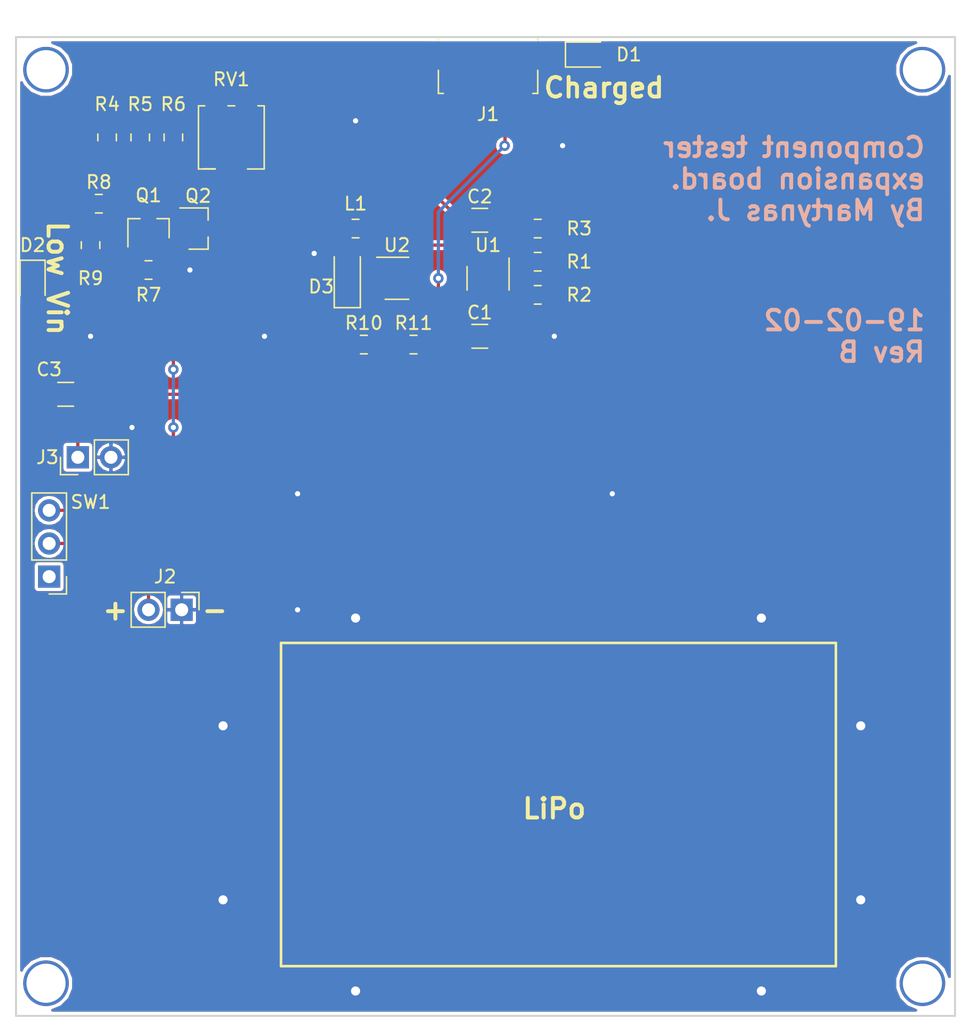
<source format=kicad_pcb>
(kicad_pcb (version 20171130) (host pcbnew 5.0.2-bee76a0~70~ubuntu18.04.1)

  (general
    (thickness 1.6)
    (drawings 24)
    (tracks 126)
    (zones 0)
    (modules 27)
    (nets 23)
  )

  (page A4)
  (title_block
    (title "Component tester expansion board")
    (date 2019-02-02)
    (rev B)
    (company "Martynas J.")
  )

  (layers
    (0 F.Cu signal)
    (31 B.Cu signal)
    (32 B.Adhes user)
    (33 F.Adhes user)
    (34 B.Paste user)
    (35 F.Paste user)
    (36 B.SilkS user)
    (37 F.SilkS user)
    (38 B.Mask user)
    (39 F.Mask user)
    (40 Dwgs.User user)
    (41 Cmts.User user)
    (42 Eco1.User user)
    (43 Eco2.User user)
    (44 Edge.Cuts user)
    (45 Margin user)
    (46 B.CrtYd user)
    (47 F.CrtYd user)
    (48 B.Fab user)
    (49 F.Fab user)
  )

  (setup
    (last_trace_width 0.25)
    (trace_clearance 0.2)
    (zone_clearance 0.254)
    (zone_45_only no)
    (trace_min 0.2)
    (segment_width 0.2)
    (edge_width 0.15)
    (via_size 0.8)
    (via_drill 0.4)
    (via_min_size 0.4)
    (via_min_drill 0.3)
    (uvia_size 0.3)
    (uvia_drill 0.1)
    (uvias_allowed no)
    (uvia_min_size 0.2)
    (uvia_min_drill 0.1)
    (pcb_text_width 0.3)
    (pcb_text_size 1.5 1.5)
    (mod_edge_width 0.15)
    (mod_text_size 1 1)
    (mod_text_width 0.15)
    (pad_size 1.524 1.524)
    (pad_drill 0.762)
    (pad_to_mask_clearance 0.051)
    (solder_mask_min_width 0.25)
    (aux_axis_origin 132.715 116.84)
    (grid_origin 12.065 198.12)
    (visible_elements FFFFFFFF)
    (pcbplotparams
      (layerselection 0x010f0_ffffffff)
      (usegerberextensions false)
      (usegerberattributes true)
      (usegerberadvancedattributes false)
      (creategerberjobfile false)
      (excludeedgelayer false)
      (linewidth 0.150000)
      (plotframeref false)
      (viasonmask false)
      (mode 1)
      (useauxorigin true)
      (hpglpennumber 1)
      (hpglpenspeed 20)
      (hpglpendiameter 15.000000)
      (psnegative false)
      (psa4output false)
      (plotreference true)
      (plotvalue true)
      (plotinvisibletext false)
      (padsonsilk false)
      (subtractmaskfromsilk false)
      (outputformat 1)
      (mirror false)
      (drillshape 0)
      (scaleselection 1)
      (outputdirectory "gerber/"))
  )

  (net 0 "")
  (net 1 "Net-(D2-Pad2)")
  (net 2 GND)
  (net 3 +BATT)
  (net 4 "Net-(Q1-Pad1)")
  (net 5 "Net-(Q1-Pad3)")
  (net 6 "Net-(D1-Pad2)")
  (net 7 "Net-(R4-Pad2)")
  (net 8 "Net-(R1-Pad2)")
  (net 9 +9V)
  (net 10 "Net-(R5-Pad2)")
  (net 11 "Net-(R3-Pad1)")
  (net 12 "Net-(R1-Pad1)")
  (net 13 "Net-(C1-Pad1)")
  (net 14 "Net-(D3-Pad2)")
  (net 15 "Net-(D2-Pad1)")
  (net 16 "Net-(J1-Pad2)")
  (net 17 "Net-(J1-Pad3)")
  (net 18 "Net-(J1-Pad4)")
  (net 19 "Net-(J2-Pad2)")
  (net 20 "Net-(SW1-Pad1)")
  (net 21 "Net-(R10-Pad2)")
  (net 22 "Net-(R6-Pad2)")

  (net_class Default "This is the default net class."
    (clearance 0.2)
    (trace_width 0.25)
    (via_dia 0.8)
    (via_drill 0.4)
    (uvia_dia 0.3)
    (uvia_drill 0.1)
    (add_net +9V)
    (add_net +BATT)
    (add_net GND)
    (add_net "Net-(C1-Pad1)")
    (add_net "Net-(D1-Pad2)")
    (add_net "Net-(D2-Pad1)")
    (add_net "Net-(D2-Pad2)")
    (add_net "Net-(D3-Pad2)")
    (add_net "Net-(J1-Pad2)")
    (add_net "Net-(J1-Pad3)")
    (add_net "Net-(J1-Pad4)")
    (add_net "Net-(J2-Pad2)")
    (add_net "Net-(Q1-Pad1)")
    (add_net "Net-(Q1-Pad3)")
    (add_net "Net-(R1-Pad1)")
    (add_net "Net-(R1-Pad2)")
    (add_net "Net-(R10-Pad2)")
    (add_net "Net-(R3-Pad1)")
    (add_net "Net-(R4-Pad2)")
    (add_net "Net-(R5-Pad2)")
    (add_net "Net-(R6-Pad2)")
    (add_net "Net-(SW1-Pad1)")
  )

  (module Potentiometer_SMD:Potentiometer_Bourns_3214J_Horizontal (layer F.Cu) (tedit 5A3D7171) (tstamp 5C17B218)
    (at 133.35 69.85 90)
    (descr "Potentiometer, horizontal, Bourns 3214J, https://www.bourns.com/docs/Product-Datasheets/3214.pdf")
    (tags "Potentiometer horizontal Bourns 3214J")
    (path /5C0341B1)
    (attr smd)
    (fp_text reference RV1 (at 4.445 0 180) (layer F.SilkS)
      (effects (font (size 1 1) (thickness 0.15)))
    )
    (fp_text value 10K (at 0 3.65 90) (layer F.Fab)
      (effects (font (size 1 1) (thickness 0.15)))
    )
    (fp_line (start -2.3 -2.4) (end -2.3 2.4) (layer F.Fab) (width 0.1))
    (fp_line (start -2.3 2.4) (end 2.3 2.4) (layer F.Fab) (width 0.1))
    (fp_line (start 2.3 2.4) (end 2.3 -2.4) (layer F.Fab) (width 0.1))
    (fp_line (start 2.3 -2.4) (end -2.3 -2.4) (layer F.Fab) (width 0.1))
    (fp_line (start -2.3 -2.02) (end -2.3 -0.24) (layer F.Fab) (width 0.1))
    (fp_line (start -2.3 -0.24) (end -2.3 -0.24) (layer F.Fab) (width 0.1))
    (fp_line (start -2.3 -0.24) (end -2.3 -2.02) (layer F.Fab) (width 0.1))
    (fp_line (start -2.3 -2.02) (end -2.3 -2.02) (layer F.Fab) (width 0.1))
    (fp_line (start -2.3 -1.13) (end -2.3 -1.13) (layer F.Fab) (width 0.1))
    (fp_line (start -2.42 -2.52) (end 2.42 -2.52) (layer F.SilkS) (width 0.12))
    (fp_line (start -2.42 2.52) (end 2.42 2.52) (layer F.SilkS) (width 0.12))
    (fp_line (start -2.42 -2.52) (end -2.42 -1.24) (layer F.SilkS) (width 0.12))
    (fp_line (start -2.42 1.24) (end -2.42 2.52) (layer F.SilkS) (width 0.12))
    (fp_line (start 2.42 -2.52) (end 2.42 -2.04) (layer F.SilkS) (width 0.12))
    (fp_line (start 2.42 -0.26) (end 2.42 0.26) (layer F.SilkS) (width 0.12))
    (fp_line (start 2.42 2.04) (end 2.42 2.52) (layer F.SilkS) (width 0.12))
    (fp_line (start -2.42 -2.14) (end -2.42 -2.14) (layer F.SilkS) (width 0.12))
    (fp_line (start -2.42 -2.14) (end -2.42 -1.24) (layer F.SilkS) (width 0.12))
    (fp_line (start -2.42 -2.14) (end -2.42 -1.24) (layer F.SilkS) (width 0.12))
    (fp_line (start -3.25 -2.65) (end -3.25 2.65) (layer F.CrtYd) (width 0.05))
    (fp_line (start -3.25 2.65) (end 3.25 2.65) (layer F.CrtYd) (width 0.05))
    (fp_line (start 3.25 2.65) (end 3.25 -2.65) (layer F.CrtYd) (width 0.05))
    (fp_line (start 3.25 -2.65) (end -3.25 -2.65) (layer F.CrtYd) (width 0.05))
    (fp_text user %R (at 0 0 90) (layer F.Fab)
      (effects (font (size 1 1) (thickness 0.15)))
    )
    (pad 1 smd rect (at 2 -1.15 90) (size 2 1.3) (layers F.Cu F.Paste F.Mask)
      (net 22 "Net-(R6-Pad2)"))
    (pad 2 smd rect (at -2 0 90) (size 2 2) (layers F.Cu F.Paste F.Mask)
      (net 4 "Net-(Q1-Pad1)"))
    (pad 3 smd rect (at 2 1.15 90) (size 2 1.3) (layers F.Cu F.Paste F.Mask)
      (net 4 "Net-(Q1-Pad1)"))
    (model ${KISYS3DMOD}/Potentiometer_SMD.3dshapes/Potentiometer_Bourns_3214J_Horizontal.wrl
      (at (xyz 0 0 0))
      (scale (xyz 1 1 1))
      (rotate (xyz 0 0 0))
    )
  )

  (module Connector_PinHeader_2.54mm:PinHeader_1x02_P2.54mm_Vertical (layer F.Cu) (tedit 59FED5CC) (tstamp 5C562AF7)
    (at 121.58 94.36 90)
    (descr "Through hole straight pin header, 1x02, 2.54mm pitch, single row")
    (tags "Through hole pin header THT 1x02 2.54mm single row")
    (path /5C060668)
    (fp_text reference J3 (at 0 -2.33 180) (layer F.SilkS)
      (effects (font (size 1 1) (thickness 0.15)))
    )
    (fp_text value 9V (at 0 4.87 90) (layer F.Fab)
      (effects (font (size 1 1) (thickness 0.15)))
    )
    (fp_line (start -0.635 -1.27) (end 1.27 -1.27) (layer F.Fab) (width 0.1))
    (fp_line (start 1.27 -1.27) (end 1.27 3.81) (layer F.Fab) (width 0.1))
    (fp_line (start 1.27 3.81) (end -1.27 3.81) (layer F.Fab) (width 0.1))
    (fp_line (start -1.27 3.81) (end -1.27 -0.635) (layer F.Fab) (width 0.1))
    (fp_line (start -1.27 -0.635) (end -0.635 -1.27) (layer F.Fab) (width 0.1))
    (fp_line (start -1.33 3.87) (end 1.33 3.87) (layer F.SilkS) (width 0.12))
    (fp_line (start -1.33 1.27) (end -1.33 3.87) (layer F.SilkS) (width 0.12))
    (fp_line (start 1.33 1.27) (end 1.33 3.87) (layer F.SilkS) (width 0.12))
    (fp_line (start -1.33 1.27) (end 1.33 1.27) (layer F.SilkS) (width 0.12))
    (fp_line (start -1.33 0) (end -1.33 -1.33) (layer F.SilkS) (width 0.12))
    (fp_line (start -1.33 -1.33) (end 0 -1.33) (layer F.SilkS) (width 0.12))
    (fp_line (start -1.8 -1.8) (end -1.8 4.35) (layer F.CrtYd) (width 0.05))
    (fp_line (start -1.8 4.35) (end 1.8 4.35) (layer F.CrtYd) (width 0.05))
    (fp_line (start 1.8 4.35) (end 1.8 -1.8) (layer F.CrtYd) (width 0.05))
    (fp_line (start 1.8 -1.8) (end -1.8 -1.8) (layer F.CrtYd) (width 0.05))
    (fp_text user %R (at 0 1.27 180) (layer F.Fab)
      (effects (font (size 1 1) (thickness 0.15)))
    )
    (pad 1 thru_hole rect (at 0 0 90) (size 1.7 1.7) (drill 1) (layers *.Cu *.Mask)
      (net 9 +9V))
    (pad 2 thru_hole oval (at 0 2.54 90) (size 1.7 1.7) (drill 1) (layers *.Cu *.Mask)
      (net 2 GND))
    (model ${KISYS3DMOD}/Connector_PinHeader_2.54mm.3dshapes/PinHeader_1x02_P2.54mm_Vertical.wrl
      (at (xyz 0 0 0))
      (scale (xyz 1 1 1))
      (rotate (xyz 0 0 0))
    )
  )

  (module Connector_PinHeader_2.54mm:PinHeader_1x02_P2.54mm_Vertical (layer F.Cu) (tedit 59FED5CC) (tstamp 5C56228B)
    (at 129.54 106.045 270)
    (descr "Through hole straight pin header, 1x02, 2.54mm pitch, single row")
    (tags "Through hole pin header THT 1x02 2.54mm single row")
    (path /5C02BD79)
    (fp_text reference J2 (at -2.54 1.27) (layer F.SilkS)
      (effects (font (size 1 1) (thickness 0.15)))
    )
    (fp_text value LiPo (at 0 4.87 270) (layer F.Fab)
      (effects (font (size 1 1) (thickness 0.15)))
    )
    (fp_line (start -0.635 -1.27) (end 1.27 -1.27) (layer F.Fab) (width 0.1))
    (fp_line (start 1.27 -1.27) (end 1.27 3.81) (layer F.Fab) (width 0.1))
    (fp_line (start 1.27 3.81) (end -1.27 3.81) (layer F.Fab) (width 0.1))
    (fp_line (start -1.27 3.81) (end -1.27 -0.635) (layer F.Fab) (width 0.1))
    (fp_line (start -1.27 -0.635) (end -0.635 -1.27) (layer F.Fab) (width 0.1))
    (fp_line (start -1.33 3.87) (end 1.33 3.87) (layer F.SilkS) (width 0.12))
    (fp_line (start -1.33 1.27) (end -1.33 3.87) (layer F.SilkS) (width 0.12))
    (fp_line (start 1.33 1.27) (end 1.33 3.87) (layer F.SilkS) (width 0.12))
    (fp_line (start -1.33 1.27) (end 1.33 1.27) (layer F.SilkS) (width 0.12))
    (fp_line (start -1.33 0) (end -1.33 -1.33) (layer F.SilkS) (width 0.12))
    (fp_line (start -1.33 -1.33) (end 0 -1.33) (layer F.SilkS) (width 0.12))
    (fp_line (start -1.8 -1.8) (end -1.8 4.35) (layer F.CrtYd) (width 0.05))
    (fp_line (start -1.8 4.35) (end 1.8 4.35) (layer F.CrtYd) (width 0.05))
    (fp_line (start 1.8 4.35) (end 1.8 -1.8) (layer F.CrtYd) (width 0.05))
    (fp_line (start 1.8 -1.8) (end -1.8 -1.8) (layer F.CrtYd) (width 0.05))
    (fp_text user %R (at 0 1.27) (layer F.Fab)
      (effects (font (size 1 1) (thickness 0.15)))
    )
    (pad 1 thru_hole rect (at 0 0 270) (size 1.7 1.7) (drill 1) (layers *.Cu *.Mask)
      (net 2 GND))
    (pad 2 thru_hole oval (at 0 2.54 270) (size 1.7 1.7) (drill 1) (layers *.Cu *.Mask)
      (net 19 "Net-(J2-Pad2)"))
    (model ${KISYS3DMOD}/Connector_PinHeader_2.54mm.3dshapes/PinHeader_1x02_P2.54mm_Horizontal.wrl
      (at (xyz 0 0 0))
      (scale (xyz 1 1 1))
      (rotate (xyz 0 0 0))
    )
  )

  (module Resistor_SMD:R_0805_2012Metric (layer F.Cu) (tedit 5B36C52B) (tstamp 5C56206D)
    (at 147.32 85.725)
    (descr "Resistor SMD 0805 (2012 Metric), square (rectangular) end terminal, IPC_7351 nominal, (Body size source: https://docs.google.com/spreadsheets/d/1BsfQQcO9C6DZCsRaXUlFlo91Tg2WpOkGARC1WS5S8t0/edit?usp=sharing), generated with kicad-footprint-generator")
    (tags resistor)
    (path /5C042443)
    (attr smd)
    (fp_text reference R11 (at 0 -1.65) (layer F.SilkS)
      (effects (font (size 1 1) (thickness 0.15)))
    )
    (fp_text value 100K (at 0 1.65) (layer F.Fab)
      (effects (font (size 1 1) (thickness 0.15)))
    )
    (fp_text user %R (at 0 0) (layer F.Fab)
      (effects (font (size 0.5 0.5) (thickness 0.08)))
    )
    (fp_line (start 1.68 0.95) (end -1.68 0.95) (layer F.CrtYd) (width 0.05))
    (fp_line (start 1.68 -0.95) (end 1.68 0.95) (layer F.CrtYd) (width 0.05))
    (fp_line (start -1.68 -0.95) (end 1.68 -0.95) (layer F.CrtYd) (width 0.05))
    (fp_line (start -1.68 0.95) (end -1.68 -0.95) (layer F.CrtYd) (width 0.05))
    (fp_line (start -0.258578 0.71) (end 0.258578 0.71) (layer F.SilkS) (width 0.12))
    (fp_line (start -0.258578 -0.71) (end 0.258578 -0.71) (layer F.SilkS) (width 0.12))
    (fp_line (start 1 0.6) (end -1 0.6) (layer F.Fab) (width 0.1))
    (fp_line (start 1 -0.6) (end 1 0.6) (layer F.Fab) (width 0.1))
    (fp_line (start -1 -0.6) (end 1 -0.6) (layer F.Fab) (width 0.1))
    (fp_line (start -1 0.6) (end -1 -0.6) (layer F.Fab) (width 0.1))
    (pad 2 smd roundrect (at 0.9375 0) (size 0.975 1.4) (layers F.Cu F.Paste F.Mask) (roundrect_rratio 0.25)
      (net 2 GND))
    (pad 1 smd roundrect (at -0.9375 0) (size 0.975 1.4) (layers F.Cu F.Paste F.Mask) (roundrect_rratio 0.25)
      (net 21 "Net-(R10-Pad2)"))
    (model ${KISYS3DMOD}/Resistor_SMD.3dshapes/R_0805_2012Metric.wrl
      (at (xyz 0 0 0))
      (scale (xyz 1 1 1))
      (rotate (xyz 0 0 0))
    )
  )

  (module Resistor_SMD:R_0805_2012Metric (layer F.Cu) (tedit 5B36C52B) (tstamp 5C561FFC)
    (at 123.825 69.85 90)
    (descr "Resistor SMD 0805 (2012 Metric), square (rectangular) end terminal, IPC_7351 nominal, (Body size source: https://docs.google.com/spreadsheets/d/1BsfQQcO9C6DZCsRaXUlFlo91Tg2WpOkGARC1WS5S8t0/edit?usp=sharing), generated with kicad-footprint-generator")
    (tags resistor)
    (path /5C56A90C)
    (attr smd)
    (fp_text reference R4 (at 2.54 0 180) (layer F.SilkS)
      (effects (font (size 1 1) (thickness 0.15)))
    )
    (fp_text value 33K (at 0 1.65 90) (layer F.Fab)
      (effects (font (size 1 1) (thickness 0.15)))
    )
    (fp_line (start -1 0.6) (end -1 -0.6) (layer F.Fab) (width 0.1))
    (fp_line (start -1 -0.6) (end 1 -0.6) (layer F.Fab) (width 0.1))
    (fp_line (start 1 -0.6) (end 1 0.6) (layer F.Fab) (width 0.1))
    (fp_line (start 1 0.6) (end -1 0.6) (layer F.Fab) (width 0.1))
    (fp_line (start -0.258578 -0.71) (end 0.258578 -0.71) (layer F.SilkS) (width 0.12))
    (fp_line (start -0.258578 0.71) (end 0.258578 0.71) (layer F.SilkS) (width 0.12))
    (fp_line (start -1.68 0.95) (end -1.68 -0.95) (layer F.CrtYd) (width 0.05))
    (fp_line (start -1.68 -0.95) (end 1.68 -0.95) (layer F.CrtYd) (width 0.05))
    (fp_line (start 1.68 -0.95) (end 1.68 0.95) (layer F.CrtYd) (width 0.05))
    (fp_line (start 1.68 0.95) (end -1.68 0.95) (layer F.CrtYd) (width 0.05))
    (fp_text user %R (at 0 0 90) (layer F.Fab)
      (effects (font (size 0.5 0.5) (thickness 0.08)))
    )
    (pad 1 smd roundrect (at -0.9375 0 90) (size 0.975 1.4) (layers F.Cu F.Paste F.Mask) (roundrect_rratio 0.25)
      (net 3 +BATT))
    (pad 2 smd roundrect (at 0.9375 0 90) (size 0.975 1.4) (layers F.Cu F.Paste F.Mask) (roundrect_rratio 0.25)
      (net 7 "Net-(R4-Pad2)"))
    (model ${KISYS3DMOD}/Resistor_SMD.3dshapes/R_0805_2012Metric.wrl
      (at (xyz 0 0 0))
      (scale (xyz 1 1 1))
      (rotate (xyz 0 0 0))
    )
  )

  (module Resistor_SMD:R_0805_2012Metric (layer F.Cu) (tedit 5B36C52B) (tstamp 5C561FEB)
    (at 126.365 69.85 270)
    (descr "Resistor SMD 0805 (2012 Metric), square (rectangular) end terminal, IPC_7351 nominal, (Body size source: https://docs.google.com/spreadsheets/d/1BsfQQcO9C6DZCsRaXUlFlo91Tg2WpOkGARC1WS5S8t0/edit?usp=sharing), generated with kicad-footprint-generator")
    (tags resistor)
    (path /5C02E3DE)
    (attr smd)
    (fp_text reference R5 (at -2.54 0) (layer F.SilkS)
      (effects (font (size 1 1) (thickness 0.15)))
    )
    (fp_text value 10K (at 0 1.65 270) (layer F.Fab)
      (effects (font (size 1 1) (thickness 0.15)))
    )
    (fp_text user %R (at 0 0 270) (layer F.Fab)
      (effects (font (size 0.5 0.5) (thickness 0.08)))
    )
    (fp_line (start 1.68 0.95) (end -1.68 0.95) (layer F.CrtYd) (width 0.05))
    (fp_line (start 1.68 -0.95) (end 1.68 0.95) (layer F.CrtYd) (width 0.05))
    (fp_line (start -1.68 -0.95) (end 1.68 -0.95) (layer F.CrtYd) (width 0.05))
    (fp_line (start -1.68 0.95) (end -1.68 -0.95) (layer F.CrtYd) (width 0.05))
    (fp_line (start -0.258578 0.71) (end 0.258578 0.71) (layer F.SilkS) (width 0.12))
    (fp_line (start -0.258578 -0.71) (end 0.258578 -0.71) (layer F.SilkS) (width 0.12))
    (fp_line (start 1 0.6) (end -1 0.6) (layer F.Fab) (width 0.1))
    (fp_line (start 1 -0.6) (end 1 0.6) (layer F.Fab) (width 0.1))
    (fp_line (start -1 -0.6) (end 1 -0.6) (layer F.Fab) (width 0.1))
    (fp_line (start -1 0.6) (end -1 -0.6) (layer F.Fab) (width 0.1))
    (pad 2 smd roundrect (at 0.9375 0 270) (size 0.975 1.4) (layers F.Cu F.Paste F.Mask) (roundrect_rratio 0.25)
      (net 10 "Net-(R5-Pad2)"))
    (pad 1 smd roundrect (at -0.9375 0 270) (size 0.975 1.4) (layers F.Cu F.Paste F.Mask) (roundrect_rratio 0.25)
      (net 7 "Net-(R4-Pad2)"))
    (model ${KISYS3DMOD}/Resistor_SMD.3dshapes/R_0805_2012Metric.wrl
      (at (xyz 0 0 0))
      (scale (xyz 1 1 1))
      (rotate (xyz 0 0 0))
    )
  )

  (module Resistor_SMD:R_0805_2012Metric (layer F.Cu) (tedit 5B36C52B) (tstamp 5C561FDA)
    (at 128.905 69.85 90)
    (descr "Resistor SMD 0805 (2012 Metric), square (rectangular) end terminal, IPC_7351 nominal, (Body size source: https://docs.google.com/spreadsheets/d/1BsfQQcO9C6DZCsRaXUlFlo91Tg2WpOkGARC1WS5S8t0/edit?usp=sharing), generated with kicad-footprint-generator")
    (tags resistor)
    (path /5C02AC66)
    (attr smd)
    (fp_text reference R6 (at 2.54 0 180) (layer F.SilkS)
      (effects (font (size 1 1) (thickness 0.15)))
    )
    (fp_text value 10K (at 0 1.65 90) (layer F.Fab)
      (effects (font (size 1 1) (thickness 0.15)))
    )
    (fp_line (start -1 0.6) (end -1 -0.6) (layer F.Fab) (width 0.1))
    (fp_line (start -1 -0.6) (end 1 -0.6) (layer F.Fab) (width 0.1))
    (fp_line (start 1 -0.6) (end 1 0.6) (layer F.Fab) (width 0.1))
    (fp_line (start 1 0.6) (end -1 0.6) (layer F.Fab) (width 0.1))
    (fp_line (start -0.258578 -0.71) (end 0.258578 -0.71) (layer F.SilkS) (width 0.12))
    (fp_line (start -0.258578 0.71) (end 0.258578 0.71) (layer F.SilkS) (width 0.12))
    (fp_line (start -1.68 0.95) (end -1.68 -0.95) (layer F.CrtYd) (width 0.05))
    (fp_line (start -1.68 -0.95) (end 1.68 -0.95) (layer F.CrtYd) (width 0.05))
    (fp_line (start 1.68 -0.95) (end 1.68 0.95) (layer F.CrtYd) (width 0.05))
    (fp_line (start 1.68 0.95) (end -1.68 0.95) (layer F.CrtYd) (width 0.05))
    (fp_text user %R (at 0 0 90) (layer F.Fab)
      (effects (font (size 0.5 0.5) (thickness 0.08)))
    )
    (pad 1 smd roundrect (at -0.9375 0 90) (size 0.975 1.4) (layers F.Cu F.Paste F.Mask) (roundrect_rratio 0.25)
      (net 10 "Net-(R5-Pad2)"))
    (pad 2 smd roundrect (at 0.9375 0 90) (size 0.975 1.4) (layers F.Cu F.Paste F.Mask) (roundrect_rratio 0.25)
      (net 22 "Net-(R6-Pad2)"))
    (model ${KISYS3DMOD}/Resistor_SMD.3dshapes/R_0805_2012Metric.wrl
      (at (xyz 0 0 0))
      (scale (xyz 1 1 1))
      (rotate (xyz 0 0 0))
    )
  )

  (module Resistor_SMD:R_0805_2012Metric (layer F.Cu) (tedit 5B36C52B) (tstamp 5C561FC9)
    (at 127 80.01)
    (descr "Resistor SMD 0805 (2012 Metric), square (rectangular) end terminal, IPC_7351 nominal, (Body size source: https://docs.google.com/spreadsheets/d/1BsfQQcO9C6DZCsRaXUlFlo91Tg2WpOkGARC1WS5S8t0/edit?usp=sharing), generated with kicad-footprint-generator")
    (tags resistor)
    (path /5C02AD1B)
    (attr smd)
    (fp_text reference R7 (at 0 1.905) (layer F.SilkS)
      (effects (font (size 1 1) (thickness 0.15)))
    )
    (fp_text value 10K (at 0 1.65) (layer F.Fab)
      (effects (font (size 1 1) (thickness 0.15)))
    )
    (fp_text user %R (at 0 0) (layer F.Fab)
      (effects (font (size 0.5 0.5) (thickness 0.08)))
    )
    (fp_line (start 1.68 0.95) (end -1.68 0.95) (layer F.CrtYd) (width 0.05))
    (fp_line (start 1.68 -0.95) (end 1.68 0.95) (layer F.CrtYd) (width 0.05))
    (fp_line (start -1.68 -0.95) (end 1.68 -0.95) (layer F.CrtYd) (width 0.05))
    (fp_line (start -1.68 0.95) (end -1.68 -0.95) (layer F.CrtYd) (width 0.05))
    (fp_line (start -0.258578 0.71) (end 0.258578 0.71) (layer F.SilkS) (width 0.12))
    (fp_line (start -0.258578 -0.71) (end 0.258578 -0.71) (layer F.SilkS) (width 0.12))
    (fp_line (start 1 0.6) (end -1 0.6) (layer F.Fab) (width 0.1))
    (fp_line (start 1 -0.6) (end 1 0.6) (layer F.Fab) (width 0.1))
    (fp_line (start -1 -0.6) (end 1 -0.6) (layer F.Fab) (width 0.1))
    (fp_line (start -1 0.6) (end -1 -0.6) (layer F.Fab) (width 0.1))
    (pad 2 smd roundrect (at 0.9375 0) (size 0.975 1.4) (layers F.Cu F.Paste F.Mask) (roundrect_rratio 0.25)
      (net 2 GND))
    (pad 1 smd roundrect (at -0.9375 0) (size 0.975 1.4) (layers F.Cu F.Paste F.Mask) (roundrect_rratio 0.25)
      (net 4 "Net-(Q1-Pad1)"))
    (model ${KISYS3DMOD}/Resistor_SMD.3dshapes/R_0805_2012Metric.wrl
      (at (xyz 0 0 0))
      (scale (xyz 1 1 1))
      (rotate (xyz 0 0 0))
    )
  )

  (module Resistor_SMD:R_0805_2012Metric (layer F.Cu) (tedit 5B36C52B) (tstamp 5C561FB8)
    (at 123.19 74.93)
    (descr "Resistor SMD 0805 (2012 Metric), square (rectangular) end terminal, IPC_7351 nominal, (Body size source: https://docs.google.com/spreadsheets/d/1BsfQQcO9C6DZCsRaXUlFlo91Tg2WpOkGARC1WS5S8t0/edit?usp=sharing), generated with kicad-footprint-generator")
    (tags resistor)
    (path /5C02AD75)
    (attr smd)
    (fp_text reference R8 (at 0 -1.65) (layer F.SilkS)
      (effects (font (size 1 1) (thickness 0.15)))
    )
    (fp_text value 47K (at 0 1.65) (layer F.Fab)
      (effects (font (size 1 1) (thickness 0.15)))
    )
    (fp_line (start -1 0.6) (end -1 -0.6) (layer F.Fab) (width 0.1))
    (fp_line (start -1 -0.6) (end 1 -0.6) (layer F.Fab) (width 0.1))
    (fp_line (start 1 -0.6) (end 1 0.6) (layer F.Fab) (width 0.1))
    (fp_line (start 1 0.6) (end -1 0.6) (layer F.Fab) (width 0.1))
    (fp_line (start -0.258578 -0.71) (end 0.258578 -0.71) (layer F.SilkS) (width 0.12))
    (fp_line (start -0.258578 0.71) (end 0.258578 0.71) (layer F.SilkS) (width 0.12))
    (fp_line (start -1.68 0.95) (end -1.68 -0.95) (layer F.CrtYd) (width 0.05))
    (fp_line (start -1.68 -0.95) (end 1.68 -0.95) (layer F.CrtYd) (width 0.05))
    (fp_line (start 1.68 -0.95) (end 1.68 0.95) (layer F.CrtYd) (width 0.05))
    (fp_line (start 1.68 0.95) (end -1.68 0.95) (layer F.CrtYd) (width 0.05))
    (fp_text user %R (at 0 0) (layer F.Fab)
      (effects (font (size 0.5 0.5) (thickness 0.08)))
    )
    (pad 1 smd roundrect (at -0.9375 0) (size 0.975 1.4) (layers F.Cu F.Paste F.Mask) (roundrect_rratio 0.25)
      (net 3 +BATT))
    (pad 2 smd roundrect (at 0.9375 0) (size 0.975 1.4) (layers F.Cu F.Paste F.Mask) (roundrect_rratio 0.25)
      (net 5 "Net-(Q1-Pad3)"))
    (model ${KISYS3DMOD}/Resistor_SMD.3dshapes/R_0805_2012Metric.wrl
      (at (xyz 0 0 0))
      (scale (xyz 1 1 1))
      (rotate (xyz 0 0 0))
    )
  )

  (module Resistor_SMD:R_0805_2012Metric (layer F.Cu) (tedit 5B36C52B) (tstamp 5C561FA7)
    (at 122.555 78.105 270)
    (descr "Resistor SMD 0805 (2012 Metric), square (rectangular) end terminal, IPC_7351 nominal, (Body size source: https://docs.google.com/spreadsheets/d/1BsfQQcO9C6DZCsRaXUlFlo91Tg2WpOkGARC1WS5S8t0/edit?usp=sharing), generated with kicad-footprint-generator")
    (tags resistor)
    (path /5C02ADB2)
    (attr smd)
    (fp_text reference R9 (at 2.54 0) (layer F.SilkS)
      (effects (font (size 1 1) (thickness 0.15)))
    )
    (fp_text value 1K (at 0 1.65 270) (layer F.Fab)
      (effects (font (size 1 1) (thickness 0.15)))
    )
    (fp_text user %R (at 0 0 270) (layer F.Fab)
      (effects (font (size 0.5 0.5) (thickness 0.08)))
    )
    (fp_line (start 1.68 0.95) (end -1.68 0.95) (layer F.CrtYd) (width 0.05))
    (fp_line (start 1.68 -0.95) (end 1.68 0.95) (layer F.CrtYd) (width 0.05))
    (fp_line (start -1.68 -0.95) (end 1.68 -0.95) (layer F.CrtYd) (width 0.05))
    (fp_line (start -1.68 0.95) (end -1.68 -0.95) (layer F.CrtYd) (width 0.05))
    (fp_line (start -0.258578 0.71) (end 0.258578 0.71) (layer F.SilkS) (width 0.12))
    (fp_line (start -0.258578 -0.71) (end 0.258578 -0.71) (layer F.SilkS) (width 0.12))
    (fp_line (start 1 0.6) (end -1 0.6) (layer F.Fab) (width 0.1))
    (fp_line (start 1 -0.6) (end 1 0.6) (layer F.Fab) (width 0.1))
    (fp_line (start -1 -0.6) (end 1 -0.6) (layer F.Fab) (width 0.1))
    (fp_line (start -1 0.6) (end -1 -0.6) (layer F.Fab) (width 0.1))
    (pad 2 smd roundrect (at 0.9375 0 270) (size 0.975 1.4) (layers F.Cu F.Paste F.Mask) (roundrect_rratio 0.25)
      (net 1 "Net-(D2-Pad2)"))
    (pad 1 smd roundrect (at -0.9375 0 270) (size 0.975 1.4) (layers F.Cu F.Paste F.Mask) (roundrect_rratio 0.25)
      (net 3 +BATT))
    (model ${KISYS3DMOD}/Resistor_SMD.3dshapes/R_0805_2012Metric.wrl
      (at (xyz 0 0 0))
      (scale (xyz 1 1 1))
      (rotate (xyz 0 0 0))
    )
  )

  (module Resistor_SMD:R_0805_2012Metric (layer F.Cu) (tedit 5B36C52B) (tstamp 5C561F96)
    (at 143.51 85.725)
    (descr "Resistor SMD 0805 (2012 Metric), square (rectangular) end terminal, IPC_7351 nominal, (Body size source: https://docs.google.com/spreadsheets/d/1BsfQQcO9C6DZCsRaXUlFlo91Tg2WpOkGARC1WS5S8t0/edit?usp=sharing), generated with kicad-footprint-generator")
    (tags resistor)
    (path /5C041A4D)
    (attr smd)
    (fp_text reference R10 (at 0 -1.65) (layer F.SilkS)
      (effects (font (size 1 1) (thickness 0.15)))
    )
    (fp_text value 620K (at 0 1.65) (layer F.Fab)
      (effects (font (size 1 1) (thickness 0.15)))
    )
    (fp_line (start -1 0.6) (end -1 -0.6) (layer F.Fab) (width 0.1))
    (fp_line (start -1 -0.6) (end 1 -0.6) (layer F.Fab) (width 0.1))
    (fp_line (start 1 -0.6) (end 1 0.6) (layer F.Fab) (width 0.1))
    (fp_line (start 1 0.6) (end -1 0.6) (layer F.Fab) (width 0.1))
    (fp_line (start -0.258578 -0.71) (end 0.258578 -0.71) (layer F.SilkS) (width 0.12))
    (fp_line (start -0.258578 0.71) (end 0.258578 0.71) (layer F.SilkS) (width 0.12))
    (fp_line (start -1.68 0.95) (end -1.68 -0.95) (layer F.CrtYd) (width 0.05))
    (fp_line (start -1.68 -0.95) (end 1.68 -0.95) (layer F.CrtYd) (width 0.05))
    (fp_line (start 1.68 -0.95) (end 1.68 0.95) (layer F.CrtYd) (width 0.05))
    (fp_line (start 1.68 0.95) (end -1.68 0.95) (layer F.CrtYd) (width 0.05))
    (fp_text user %R (at 0 0) (layer F.Fab)
      (effects (font (size 0.5 0.5) (thickness 0.08)))
    )
    (pad 1 smd roundrect (at -0.9375 0) (size 0.975 1.4) (layers F.Cu F.Paste F.Mask) (roundrect_rratio 0.25)
      (net 9 +9V))
    (pad 2 smd roundrect (at 0.9375 0) (size 0.975 1.4) (layers F.Cu F.Paste F.Mask) (roundrect_rratio 0.25)
      (net 21 "Net-(R10-Pad2)"))
    (model ${KISYS3DMOD}/Resistor_SMD.3dshapes/R_0805_2012Metric.wrl
      (at (xyz 0 0 0))
      (scale (xyz 1 1 1))
      (rotate (xyz 0 0 0))
    )
  )

  (module Capacitor_SMD:C_1206_3216Metric_Pad1.42x1.75mm_HandSolder (layer F.Cu) (tedit 5B301BBE) (tstamp 5C17B36E)
    (at 152.4 85.09)
    (descr "Capacitor SMD 1206 (3216 Metric), square (rectangular) end terminal, IPC_7351 nominal with elongated pad for handsoldering. (Body size source: http://www.tortai-tech.com/upload/download/2011102023233369053.pdf), generated with kicad-footprint-generator")
    (tags "capacitor handsolder")
    (path /5C086EF4)
    (attr smd)
    (fp_text reference C1 (at 0 -1.82) (layer F.SilkS)
      (effects (font (size 1 1) (thickness 0.15)))
    )
    (fp_text value 10u (at 0 1.82) (layer F.Fab)
      (effects (font (size 1 1) (thickness 0.15)))
    )
    (fp_line (start -1.6 0.8) (end -1.6 -0.8) (layer F.Fab) (width 0.1))
    (fp_line (start -1.6 -0.8) (end 1.6 -0.8) (layer F.Fab) (width 0.1))
    (fp_line (start 1.6 -0.8) (end 1.6 0.8) (layer F.Fab) (width 0.1))
    (fp_line (start 1.6 0.8) (end -1.6 0.8) (layer F.Fab) (width 0.1))
    (fp_line (start -0.602064 -0.91) (end 0.602064 -0.91) (layer F.SilkS) (width 0.12))
    (fp_line (start -0.602064 0.91) (end 0.602064 0.91) (layer F.SilkS) (width 0.12))
    (fp_line (start -2.45 1.12) (end -2.45 -1.12) (layer F.CrtYd) (width 0.05))
    (fp_line (start -2.45 -1.12) (end 2.45 -1.12) (layer F.CrtYd) (width 0.05))
    (fp_line (start 2.45 -1.12) (end 2.45 1.12) (layer F.CrtYd) (width 0.05))
    (fp_line (start 2.45 1.12) (end -2.45 1.12) (layer F.CrtYd) (width 0.05))
    (fp_text user %R (at 0 0) (layer F.Fab)
      (effects (font (size 0.8 0.8) (thickness 0.12)))
    )
    (pad 1 smd roundrect (at -1.4875 0) (size 1.425 1.75) (layers F.Cu F.Paste F.Mask) (roundrect_rratio 0.175439)
      (net 13 "Net-(C1-Pad1)"))
    (pad 2 smd roundrect (at 1.4875 0) (size 1.425 1.75) (layers F.Cu F.Paste F.Mask) (roundrect_rratio 0.175439)
      (net 2 GND))
    (model ${KISYS3DMOD}/Capacitor_SMD.3dshapes/C_1206_3216Metric.wrl
      (at (xyz 0 0 0))
      (scale (xyz 1 1 1))
      (rotate (xyz 0 0 0))
    )
  )

  (module Capacitor_SMD:C_1206_3216Metric_Pad1.42x1.75mm_HandSolder (layer F.Cu) (tedit 5B301BBE) (tstamp 5C17B35D)
    (at 152.4 76.2)
    (descr "Capacitor SMD 1206 (3216 Metric), square (rectangular) end terminal, IPC_7351 nominal with elongated pad for handsoldering. (Body size source: http://www.tortai-tech.com/upload/download/2011102023233369053.pdf), generated with kicad-footprint-generator")
    (tags "capacitor handsolder")
    (path /5C040A94)
    (attr smd)
    (fp_text reference C2 (at 0 -1.82) (layer F.SilkS)
      (effects (font (size 1 1) (thickness 0.15)))
    )
    (fp_text value 10u (at 0 1.82) (layer F.Fab)
      (effects (font (size 1 1) (thickness 0.15)))
    )
    (fp_text user %R (at 0 0) (layer F.Fab)
      (effects (font (size 0.8 0.8) (thickness 0.12)))
    )
    (fp_line (start 2.45 1.12) (end -2.45 1.12) (layer F.CrtYd) (width 0.05))
    (fp_line (start 2.45 -1.12) (end 2.45 1.12) (layer F.CrtYd) (width 0.05))
    (fp_line (start -2.45 -1.12) (end 2.45 -1.12) (layer F.CrtYd) (width 0.05))
    (fp_line (start -2.45 1.12) (end -2.45 -1.12) (layer F.CrtYd) (width 0.05))
    (fp_line (start -0.602064 0.91) (end 0.602064 0.91) (layer F.SilkS) (width 0.12))
    (fp_line (start -0.602064 -0.91) (end 0.602064 -0.91) (layer F.SilkS) (width 0.12))
    (fp_line (start 1.6 0.8) (end -1.6 0.8) (layer F.Fab) (width 0.1))
    (fp_line (start 1.6 -0.8) (end 1.6 0.8) (layer F.Fab) (width 0.1))
    (fp_line (start -1.6 -0.8) (end 1.6 -0.8) (layer F.Fab) (width 0.1))
    (fp_line (start -1.6 0.8) (end -1.6 -0.8) (layer F.Fab) (width 0.1))
    (pad 2 smd roundrect (at 1.4875 0) (size 1.425 1.75) (layers F.Cu F.Paste F.Mask) (roundrect_rratio 0.175439)
      (net 2 GND))
    (pad 1 smd roundrect (at -1.4875 0) (size 1.425 1.75) (layers F.Cu F.Paste F.Mask) (roundrect_rratio 0.175439)
      (net 3 +BATT))
    (model ${KISYS3DMOD}/Capacitor_SMD.3dshapes/C_1206_3216Metric.wrl
      (at (xyz 0 0 0))
      (scale (xyz 1 1 1))
      (rotate (xyz 0 0 0))
    )
  )

  (module Capacitor_SMD:C_1206_3216Metric_Pad1.42x1.75mm_HandSolder (layer F.Cu) (tedit 5B301BBE) (tstamp 5C17B34C)
    (at 120.65 89.535 180)
    (descr "Capacitor SMD 1206 (3216 Metric), square (rectangular) end terminal, IPC_7351 nominal with elongated pad for handsoldering. (Body size source: http://www.tortai-tech.com/upload/download/2011102023233369053.pdf), generated with kicad-footprint-generator")
    (tags "capacitor handsolder")
    (path /5C043B69)
    (attr smd)
    (fp_text reference C3 (at 1.27 1.905) (layer F.SilkS)
      (effects (font (size 1 1) (thickness 0.15)))
    )
    (fp_text value 10u (at 0 1.82 180) (layer F.Fab)
      (effects (font (size 1 1) (thickness 0.15)))
    )
    (fp_line (start -1.6 0.8) (end -1.6 -0.8) (layer F.Fab) (width 0.1))
    (fp_line (start -1.6 -0.8) (end 1.6 -0.8) (layer F.Fab) (width 0.1))
    (fp_line (start 1.6 -0.8) (end 1.6 0.8) (layer F.Fab) (width 0.1))
    (fp_line (start 1.6 0.8) (end -1.6 0.8) (layer F.Fab) (width 0.1))
    (fp_line (start -0.602064 -0.91) (end 0.602064 -0.91) (layer F.SilkS) (width 0.12))
    (fp_line (start -0.602064 0.91) (end 0.602064 0.91) (layer F.SilkS) (width 0.12))
    (fp_line (start -2.45 1.12) (end -2.45 -1.12) (layer F.CrtYd) (width 0.05))
    (fp_line (start -2.45 -1.12) (end 2.45 -1.12) (layer F.CrtYd) (width 0.05))
    (fp_line (start 2.45 -1.12) (end 2.45 1.12) (layer F.CrtYd) (width 0.05))
    (fp_line (start 2.45 1.12) (end -2.45 1.12) (layer F.CrtYd) (width 0.05))
    (fp_text user %R (at 0 0 180) (layer F.Fab)
      (effects (font (size 0.8 0.8) (thickness 0.12)))
    )
    (pad 1 smd roundrect (at -1.4875 0 180) (size 1.425 1.75) (layers F.Cu F.Paste F.Mask) (roundrect_rratio 0.175439)
      (net 9 +9V))
    (pad 2 smd roundrect (at 1.4875 0 180) (size 1.425 1.75) (layers F.Cu F.Paste F.Mask) (roundrect_rratio 0.175439)
      (net 2 GND))
    (model ${KISYS3DMOD}/Capacitor_SMD.3dshapes/C_1206_3216Metric.wrl
      (at (xyz 0 0 0))
      (scale (xyz 1 1 1))
      (rotate (xyz 0 0 0))
    )
  )

  (module Connector_PinHeader_2.54mm:PinHeader_1x03_P2.54mm_Vertical (layer F.Cu) (tedit 59FED5CC) (tstamp 5C17B30F)
    (at 119.38 103.505 180)
    (descr "Through hole straight pin header, 1x03, 2.54mm pitch, single row")
    (tags "Through hole pin header THT 1x03 2.54mm single row")
    (path /5C0CD90D)
    (fp_text reference SW1 (at -3.175 5.715 180) (layer F.SilkS)
      (effects (font (size 1 1) (thickness 0.15)))
    )
    (fp_text value power (at 0 7.41 180) (layer F.Fab)
      (effects (font (size 1 1) (thickness 0.15)))
    )
    (fp_line (start -0.635 -1.27) (end 1.27 -1.27) (layer F.Fab) (width 0.1))
    (fp_line (start 1.27 -1.27) (end 1.27 6.35) (layer F.Fab) (width 0.1))
    (fp_line (start 1.27 6.35) (end -1.27 6.35) (layer F.Fab) (width 0.1))
    (fp_line (start -1.27 6.35) (end -1.27 -0.635) (layer F.Fab) (width 0.1))
    (fp_line (start -1.27 -0.635) (end -0.635 -1.27) (layer F.Fab) (width 0.1))
    (fp_line (start -1.33 6.41) (end 1.33 6.41) (layer F.SilkS) (width 0.12))
    (fp_line (start -1.33 1.27) (end -1.33 6.41) (layer F.SilkS) (width 0.12))
    (fp_line (start 1.33 1.27) (end 1.33 6.41) (layer F.SilkS) (width 0.12))
    (fp_line (start -1.33 1.27) (end 1.33 1.27) (layer F.SilkS) (width 0.12))
    (fp_line (start -1.33 0) (end -1.33 -1.33) (layer F.SilkS) (width 0.12))
    (fp_line (start -1.33 -1.33) (end 0 -1.33) (layer F.SilkS) (width 0.12))
    (fp_line (start -1.8 -1.8) (end -1.8 6.85) (layer F.CrtYd) (width 0.05))
    (fp_line (start -1.8 6.85) (end 1.8 6.85) (layer F.CrtYd) (width 0.05))
    (fp_line (start 1.8 6.85) (end 1.8 -1.8) (layer F.CrtYd) (width 0.05))
    (fp_line (start 1.8 -1.8) (end -1.8 -1.8) (layer F.CrtYd) (width 0.05))
    (fp_text user %R (at 0 2.54 270) (layer F.Fab)
      (effects (font (size 1 1) (thickness 0.15)))
    )
    (pad 1 thru_hole rect (at 0 0 180) (size 1.7 1.7) (drill 1) (layers *.Cu *.Mask)
      (net 20 "Net-(SW1-Pad1)"))
    (pad 2 thru_hole oval (at 0 2.54 180) (size 1.7 1.7) (drill 1) (layers *.Cu *.Mask)
      (net 19 "Net-(J2-Pad2)"))
    (pad 3 thru_hole oval (at 0 5.08 180) (size 1.7 1.7) (drill 1) (layers *.Cu *.Mask)
      (net 3 +BATT))
  )

  (module Connector_USB:USB_Micro-B_Molex_47346-0001 (layer F.Cu) (tedit 5A1DC0BD) (tstamp 5C17B2DC)
    (at 153.035 64.77 180)
    (descr "Micro USB B receptable with flange, bottom-mount, SMD, right-angle (http://www.molex.com/pdm_docs/sd/473460001_sd.pdf)")
    (tags "Micro B USB SMD")
    (path /5C0BFA46)
    (attr smd)
    (fp_text reference J1 (at 0 -3.3) (layer F.SilkS)
      (effects (font (size 1 1) (thickness 0.15)))
    )
    (fp_text value microUSB (at 0 4.6) (layer F.Fab)
      (effects (font (size 1 1) (thickness 0.15)))
    )
    (fp_text user "PCB Edge" (at 0 2.67) (layer Dwgs.User)
      (effects (font (size 0.4 0.4) (thickness 0.04)))
    )
    (fp_text user %R (at 0 1.2 180) (layer F.Fab)
      (effects (font (size 1 1) (thickness 0.15)))
    )
    (fp_line (start 3.81 -1.71) (end 3.43 -1.71) (layer F.SilkS) (width 0.12))
    (fp_line (start 4.6 3.9) (end -4.6 3.9) (layer F.CrtYd) (width 0.05))
    (fp_line (start 4.6 -2.7) (end 4.6 3.9) (layer F.CrtYd) (width 0.05))
    (fp_line (start -4.6 -2.7) (end 4.6 -2.7) (layer F.CrtYd) (width 0.05))
    (fp_line (start -4.6 3.9) (end -4.6 -2.7) (layer F.CrtYd) (width 0.05))
    (fp_line (start 3.75 3.35) (end -3.75 3.35) (layer F.Fab) (width 0.1))
    (fp_line (start 3.75 -1.65) (end 3.75 3.35) (layer F.Fab) (width 0.1))
    (fp_line (start -3.75 -1.65) (end 3.75 -1.65) (layer F.Fab) (width 0.1))
    (fp_line (start -3.75 3.35) (end -3.75 -1.65) (layer F.Fab) (width 0.1))
    (fp_line (start 3.81 2.34) (end 3.81 2.6) (layer F.SilkS) (width 0.12))
    (fp_line (start 3.81 -1.71) (end 3.81 0.06) (layer F.SilkS) (width 0.12))
    (fp_line (start -3.81 -1.71) (end -3.43 -1.71) (layer F.SilkS) (width 0.12))
    (fp_line (start -3.81 0.06) (end -3.81 -1.71) (layer F.SilkS) (width 0.12))
    (fp_line (start -3.81 2.6) (end -3.81 2.34) (layer F.SilkS) (width 0.12))
    (fp_line (start -3.25 2.65) (end 3.25 2.65) (layer F.Fab) (width 0.1))
    (pad 1 smd rect (at -1.3 -1.46 180) (size 0.45 1.38) (layers F.Cu F.Paste F.Mask)
      (net 13 "Net-(C1-Pad1)"))
    (pad 2 smd rect (at -0.65 -1.46 180) (size 0.45 1.38) (layers F.Cu F.Paste F.Mask)
      (net 16 "Net-(J1-Pad2)"))
    (pad 3 smd rect (at 0 -1.46 180) (size 0.45 1.38) (layers F.Cu F.Paste F.Mask)
      (net 17 "Net-(J1-Pad3)"))
    (pad 4 smd rect (at 0.65 -1.46 180) (size 0.45 1.38) (layers F.Cu F.Paste F.Mask)
      (net 18 "Net-(J1-Pad4)"))
    (pad 5 smd rect (at 1.3 -1.46 180) (size 0.45 1.38) (layers F.Cu F.Paste F.Mask)
      (net 2 GND))
    (pad 6 smd rect (at -2.4625 -1.1 180) (size 1.475 2.1) (layers F.Cu F.Paste F.Mask)
      (net 2 GND))
    (pad 6 smd rect (at 2.4625 -1.1 180) (size 1.475 2.1) (layers F.Cu F.Paste F.Mask)
      (net 2 GND))
    (pad 6 smd rect (at -2.91 1.2 180) (size 2.375 1.9) (layers F.Cu F.Paste F.Mask)
      (net 2 GND))
    (pad 6 smd rect (at 2.91 1.2 180) (size 2.375 1.9) (layers F.Cu F.Paste F.Mask)
      (net 2 GND))
    (pad 6 smd rect (at -0.84 1.2 180) (size 1.175 1.9) (layers F.Cu F.Paste F.Mask)
      (net 2 GND))
    (pad 6 smd rect (at 0.84 1.2 180) (size 1.175 1.9) (layers F.Cu F.Paste F.Mask)
      (net 2 GND))
    (model ${KISYS3DMOD}/Connector_USB.3dshapes/USB_Micro-B_Molex_47346-0001.wrl
      (at (xyz 0 0 0))
      (scale (xyz 1 1 1))
      (rotate (xyz 0 0 0))
    )
  )

  (module Diode_SMD:D_SOD-123 (layer F.Cu) (tedit 58645DC7) (tstamp 5C17B2BC)
    (at 142.24 80.645 90)
    (descr SOD-123)
    (tags SOD-123)
    (path /5C052B6E)
    (attr smd)
    (fp_text reference D3 (at -0.635 -2 180) (layer F.SilkS)
      (effects (font (size 1 1) (thickness 0.15)))
    )
    (fp_text value MBR0530 (at 0 2.1 90) (layer F.Fab)
      (effects (font (size 1 1) (thickness 0.15)))
    )
    (fp_text user %R (at 0 -2 90) (layer F.Fab)
      (effects (font (size 1 1) (thickness 0.15)))
    )
    (fp_line (start -2.25 -1) (end -2.25 1) (layer F.SilkS) (width 0.12))
    (fp_line (start 0.25 0) (end 0.75 0) (layer F.Fab) (width 0.1))
    (fp_line (start 0.25 0.4) (end -0.35 0) (layer F.Fab) (width 0.1))
    (fp_line (start 0.25 -0.4) (end 0.25 0.4) (layer F.Fab) (width 0.1))
    (fp_line (start -0.35 0) (end 0.25 -0.4) (layer F.Fab) (width 0.1))
    (fp_line (start -0.35 0) (end -0.35 0.55) (layer F.Fab) (width 0.1))
    (fp_line (start -0.35 0) (end -0.35 -0.55) (layer F.Fab) (width 0.1))
    (fp_line (start -0.75 0) (end -0.35 0) (layer F.Fab) (width 0.1))
    (fp_line (start -1.4 0.9) (end -1.4 -0.9) (layer F.Fab) (width 0.1))
    (fp_line (start 1.4 0.9) (end -1.4 0.9) (layer F.Fab) (width 0.1))
    (fp_line (start 1.4 -0.9) (end 1.4 0.9) (layer F.Fab) (width 0.1))
    (fp_line (start -1.4 -0.9) (end 1.4 -0.9) (layer F.Fab) (width 0.1))
    (fp_line (start -2.35 -1.15) (end 2.35 -1.15) (layer F.CrtYd) (width 0.05))
    (fp_line (start 2.35 -1.15) (end 2.35 1.15) (layer F.CrtYd) (width 0.05))
    (fp_line (start 2.35 1.15) (end -2.35 1.15) (layer F.CrtYd) (width 0.05))
    (fp_line (start -2.35 -1.15) (end -2.35 1.15) (layer F.CrtYd) (width 0.05))
    (fp_line (start -2.25 1) (end 1.65 1) (layer F.SilkS) (width 0.12))
    (fp_line (start -2.25 -1) (end 1.65 -1) (layer F.SilkS) (width 0.12))
    (pad 1 smd rect (at -1.65 0 90) (size 0.9 1.2) (layers F.Cu F.Paste F.Mask)
      (net 9 +9V))
    (pad 2 smd rect (at 1.65 0 90) (size 0.9 1.2) (layers F.Cu F.Paste F.Mask)
      (net 14 "Net-(D3-Pad2)"))
    (model ${KISYS3DMOD}/Diode_SMD.3dshapes/D_SOD-123.wrl
      (at (xyz 0 0 0))
      (scale (xyz 1 1 1))
      (rotate (xyz 0 0 0))
    )
  )

  (module Inductor_SMD:L_0805_2012Metric (layer F.Cu) (tedit 5B36C52B) (tstamp 5C17B2A3)
    (at 142.875 76.835 180)
    (descr "Inductor SMD 0805 (2012 Metric), square (rectangular) end terminal, IPC_7351 nominal, (Body size source: https://docs.google.com/spreadsheets/d/1BsfQQcO9C6DZCsRaXUlFlo91Tg2WpOkGARC1WS5S8t0/edit?usp=sharing), generated with kicad-footprint-generator")
    (tags inductor)
    (path /5C0417CF)
    (attr smd)
    (fp_text reference L1 (at 0 1.905 180) (layer F.SilkS)
      (effects (font (size 1 1) (thickness 0.15)))
    )
    (fp_text value 4.7u (at 0 1.65 180) (layer F.Fab)
      (effects (font (size 1 1) (thickness 0.15)))
    )
    (fp_line (start -1 0.6) (end -1 -0.6) (layer F.Fab) (width 0.1))
    (fp_line (start -1 -0.6) (end 1 -0.6) (layer F.Fab) (width 0.1))
    (fp_line (start 1 -0.6) (end 1 0.6) (layer F.Fab) (width 0.1))
    (fp_line (start 1 0.6) (end -1 0.6) (layer F.Fab) (width 0.1))
    (fp_line (start -0.258578 -0.71) (end 0.258578 -0.71) (layer F.SilkS) (width 0.12))
    (fp_line (start -0.258578 0.71) (end 0.258578 0.71) (layer F.SilkS) (width 0.12))
    (fp_line (start -1.68 0.95) (end -1.68 -0.95) (layer F.CrtYd) (width 0.05))
    (fp_line (start -1.68 -0.95) (end 1.68 -0.95) (layer F.CrtYd) (width 0.05))
    (fp_line (start 1.68 -0.95) (end 1.68 0.95) (layer F.CrtYd) (width 0.05))
    (fp_line (start 1.68 0.95) (end -1.68 0.95) (layer F.CrtYd) (width 0.05))
    (fp_text user %R (at 0 0 180) (layer F.Fab)
      (effects (font (size 0.5 0.5) (thickness 0.08)))
    )
    (pad 1 smd roundrect (at -0.9375 0 180) (size 0.975 1.4) (layers F.Cu F.Paste F.Mask) (roundrect_rratio 0.25)
      (net 3 +BATT))
    (pad 2 smd roundrect (at 0.9375 0 180) (size 0.975 1.4) (layers F.Cu F.Paste F.Mask) (roundrect_rratio 0.25)
      (net 14 "Net-(D3-Pad2)"))
    (model ${KISYS3DMOD}/Inductor_SMD.3dshapes/L_0805_2012Metric.wrl
      (at (xyz 0 0 0))
      (scale (xyz 1 1 1))
      (rotate (xyz 0 0 0))
    )
  )

  (module LED_SMD:LED_0805_2012Metric (layer F.Cu) (tedit 5B36C52C) (tstamp 5C17B292)
    (at 160.655 63.5)
    (descr "LED SMD 0805 (2012 Metric), square (rectangular) end terminal, IPC_7351 nominal, (Body size source: https://docs.google.com/spreadsheets/d/1BsfQQcO9C6DZCsRaXUlFlo91Tg2WpOkGARC1WS5S8t0/edit?usp=sharing), generated with kicad-footprint-generator")
    (tags diode)
    (path /5C088A45)
    (attr smd)
    (fp_text reference D1 (at 3.175 0) (layer F.SilkS)
      (effects (font (size 1 1) (thickness 0.15)))
    )
    (fp_text value LED (at 0 1.65) (layer F.Fab)
      (effects (font (size 1 1) (thickness 0.15)))
    )
    (fp_text user %R (at 0 0) (layer F.Fab)
      (effects (font (size 0.5 0.5) (thickness 0.08)))
    )
    (fp_line (start 1.68 0.95) (end -1.68 0.95) (layer F.CrtYd) (width 0.05))
    (fp_line (start 1.68 -0.95) (end 1.68 0.95) (layer F.CrtYd) (width 0.05))
    (fp_line (start -1.68 -0.95) (end 1.68 -0.95) (layer F.CrtYd) (width 0.05))
    (fp_line (start -1.68 0.95) (end -1.68 -0.95) (layer F.CrtYd) (width 0.05))
    (fp_line (start -1.685 0.96) (end 1 0.96) (layer F.SilkS) (width 0.12))
    (fp_line (start -1.685 -0.96) (end -1.685 0.96) (layer F.SilkS) (width 0.12))
    (fp_line (start 1 -0.96) (end -1.685 -0.96) (layer F.SilkS) (width 0.12))
    (fp_line (start 1 0.6) (end 1 -0.6) (layer F.Fab) (width 0.1))
    (fp_line (start -1 0.6) (end 1 0.6) (layer F.Fab) (width 0.1))
    (fp_line (start -1 -0.3) (end -1 0.6) (layer F.Fab) (width 0.1))
    (fp_line (start -0.7 -0.6) (end -1 -0.3) (layer F.Fab) (width 0.1))
    (fp_line (start 1 -0.6) (end -0.7 -0.6) (layer F.Fab) (width 0.1))
    (pad 2 smd roundrect (at 0.9375 0) (size 0.975 1.4) (layers F.Cu F.Paste F.Mask) (roundrect_rratio 0.25)
      (net 6 "Net-(D1-Pad2)"))
    (pad 1 smd roundrect (at -0.9375 0) (size 0.975 1.4) (layers F.Cu F.Paste F.Mask) (roundrect_rratio 0.25)
      (net 2 GND))
    (model ${KISYS3DMOD}/LED_SMD.3dshapes/LED_0805_2012Metric.wrl
      (at (xyz 0 0 0))
      (scale (xyz 1 1 1))
      (rotate (xyz 0 0 0))
    )
  )

  (module LED_SMD:LED_0805_2012Metric (layer F.Cu) (tedit 5B36C52C) (tstamp 5C17B27F)
    (at 118.11 80.9475 270)
    (descr "LED SMD 0805 (2012 Metric), square (rectangular) end terminal, IPC_7351 nominal, (Body size source: https://docs.google.com/spreadsheets/d/1BsfQQcO9C6DZCsRaXUlFlo91Tg2WpOkGARC1WS5S8t0/edit?usp=sharing), generated with kicad-footprint-generator")
    (tags diode)
    (path /5C02B224)
    (attr smd)
    (fp_text reference D2 (at -2.8425 0) (layer F.SilkS)
      (effects (font (size 1 1) (thickness 0.15)))
    )
    (fp_text value LED (at 0 1.65 270) (layer F.Fab)
      (effects (font (size 1 1) (thickness 0.15)))
    )
    (fp_line (start 1 -0.6) (end -0.7 -0.6) (layer F.Fab) (width 0.1))
    (fp_line (start -0.7 -0.6) (end -1 -0.3) (layer F.Fab) (width 0.1))
    (fp_line (start -1 -0.3) (end -1 0.6) (layer F.Fab) (width 0.1))
    (fp_line (start -1 0.6) (end 1 0.6) (layer F.Fab) (width 0.1))
    (fp_line (start 1 0.6) (end 1 -0.6) (layer F.Fab) (width 0.1))
    (fp_line (start 1 -0.96) (end -1.685 -0.96) (layer F.SilkS) (width 0.12))
    (fp_line (start -1.685 -0.96) (end -1.685 0.96) (layer F.SilkS) (width 0.12))
    (fp_line (start -1.685 0.96) (end 1 0.96) (layer F.SilkS) (width 0.12))
    (fp_line (start -1.68 0.95) (end -1.68 -0.95) (layer F.CrtYd) (width 0.05))
    (fp_line (start -1.68 -0.95) (end 1.68 -0.95) (layer F.CrtYd) (width 0.05))
    (fp_line (start 1.68 -0.95) (end 1.68 0.95) (layer F.CrtYd) (width 0.05))
    (fp_line (start 1.68 0.95) (end -1.68 0.95) (layer F.CrtYd) (width 0.05))
    (fp_text user %R (at 0 0 270) (layer F.Fab)
      (effects (font (size 0.5 0.5) (thickness 0.08)))
    )
    (pad 1 smd roundrect (at -0.9375 0 270) (size 0.975 1.4) (layers F.Cu F.Paste F.Mask) (roundrect_rratio 0.25)
      (net 15 "Net-(D2-Pad1)"))
    (pad 2 smd roundrect (at 0.9375 0 270) (size 0.975 1.4) (layers F.Cu F.Paste F.Mask) (roundrect_rratio 0.25)
      (net 1 "Net-(D2-Pad2)"))
    (model ${KISYS3DMOD}/LED_SMD.3dshapes/LED_0805_2012Metric.wrl
      (at (xyz 0 0 0))
      (scale (xyz 1 1 1))
      (rotate (xyz 0 0 0))
    )
  )

  (module Package_TO_SOT_SMD:SOT-23 (layer F.Cu) (tedit 5A02FF57) (tstamp 5C17B26C)
    (at 127 76.835 90)
    (descr "SOT-23, Standard")
    (tags SOT-23)
    (path /5C02AF23)
    (attr smd)
    (fp_text reference Q1 (at 2.54 0) (layer F.SilkS)
      (effects (font (size 1 1) (thickness 0.15)))
    )
    (fp_text value BC847 (at 0 2.5 90) (layer F.Fab)
      (effects (font (size 1 1) (thickness 0.15)))
    )
    (fp_line (start 0.76 1.58) (end -0.7 1.58) (layer F.SilkS) (width 0.12))
    (fp_line (start 0.76 -1.58) (end -1.4 -1.58) (layer F.SilkS) (width 0.12))
    (fp_line (start -1.7 1.75) (end -1.7 -1.75) (layer F.CrtYd) (width 0.05))
    (fp_line (start 1.7 1.75) (end -1.7 1.75) (layer F.CrtYd) (width 0.05))
    (fp_line (start 1.7 -1.75) (end 1.7 1.75) (layer F.CrtYd) (width 0.05))
    (fp_line (start -1.7 -1.75) (end 1.7 -1.75) (layer F.CrtYd) (width 0.05))
    (fp_line (start 0.76 -1.58) (end 0.76 -0.65) (layer F.SilkS) (width 0.12))
    (fp_line (start 0.76 1.58) (end 0.76 0.65) (layer F.SilkS) (width 0.12))
    (fp_line (start -0.7 1.52) (end 0.7 1.52) (layer F.Fab) (width 0.1))
    (fp_line (start 0.7 -1.52) (end 0.7 1.52) (layer F.Fab) (width 0.1))
    (fp_line (start -0.7 -0.95) (end -0.15 -1.52) (layer F.Fab) (width 0.1))
    (fp_line (start -0.15 -1.52) (end 0.7 -1.52) (layer F.Fab) (width 0.1))
    (fp_line (start -0.7 -0.95) (end -0.7 1.5) (layer F.Fab) (width 0.1))
    (fp_text user %R (at 0 0 180) (layer F.Fab)
      (effects (font (size 0.5 0.5) (thickness 0.075)))
    )
    (pad 3 smd rect (at 1 0 90) (size 0.9 0.8) (layers F.Cu F.Paste F.Mask)
      (net 5 "Net-(Q1-Pad3)"))
    (pad 2 smd rect (at -1 0.95 90) (size 0.9 0.8) (layers F.Cu F.Paste F.Mask)
      (net 2 GND))
    (pad 1 smd rect (at -1 -0.95 90) (size 0.9 0.8) (layers F.Cu F.Paste F.Mask)
      (net 4 "Net-(Q1-Pad1)"))
    (model ${KISYS3DMOD}/Package_TO_SOT_SMD.3dshapes/SOT-23.wrl
      (at (xyz 0 0 0))
      (scale (xyz 1 1 1))
      (rotate (xyz 0 0 0))
    )
  )

  (module Package_TO_SOT_SMD:SOT-23 (layer F.Cu) (tedit 5A02FF57) (tstamp 5C17B257)
    (at 130.81 76.835)
    (descr "SOT-23, Standard")
    (tags SOT-23)
    (path /5C02AF96)
    (attr smd)
    (fp_text reference Q2 (at 0 -2.5) (layer F.SilkS)
      (effects (font (size 1 1) (thickness 0.15)))
    )
    (fp_text value BC847 (at 0 2.5) (layer F.Fab)
      (effects (font (size 1 1) (thickness 0.15)))
    )
    (fp_text user %R (at 0 0 90) (layer F.Fab)
      (effects (font (size 0.5 0.5) (thickness 0.075)))
    )
    (fp_line (start -0.7 -0.95) (end -0.7 1.5) (layer F.Fab) (width 0.1))
    (fp_line (start -0.15 -1.52) (end 0.7 -1.52) (layer F.Fab) (width 0.1))
    (fp_line (start -0.7 -0.95) (end -0.15 -1.52) (layer F.Fab) (width 0.1))
    (fp_line (start 0.7 -1.52) (end 0.7 1.52) (layer F.Fab) (width 0.1))
    (fp_line (start -0.7 1.52) (end 0.7 1.52) (layer F.Fab) (width 0.1))
    (fp_line (start 0.76 1.58) (end 0.76 0.65) (layer F.SilkS) (width 0.12))
    (fp_line (start 0.76 -1.58) (end 0.76 -0.65) (layer F.SilkS) (width 0.12))
    (fp_line (start -1.7 -1.75) (end 1.7 -1.75) (layer F.CrtYd) (width 0.05))
    (fp_line (start 1.7 -1.75) (end 1.7 1.75) (layer F.CrtYd) (width 0.05))
    (fp_line (start 1.7 1.75) (end -1.7 1.75) (layer F.CrtYd) (width 0.05))
    (fp_line (start -1.7 1.75) (end -1.7 -1.75) (layer F.CrtYd) (width 0.05))
    (fp_line (start 0.76 -1.58) (end -1.4 -1.58) (layer F.SilkS) (width 0.12))
    (fp_line (start 0.76 1.58) (end -0.7 1.58) (layer F.SilkS) (width 0.12))
    (pad 1 smd rect (at -1 -0.95) (size 0.9 0.8) (layers F.Cu F.Paste F.Mask)
      (net 5 "Net-(Q1-Pad3)"))
    (pad 2 smd rect (at -1 0.95) (size 0.9 0.8) (layers F.Cu F.Paste F.Mask)
      (net 2 GND))
    (pad 3 smd rect (at 1 0) (size 0.9 0.8) (layers F.Cu F.Paste F.Mask)
      (net 15 "Net-(D2-Pad1)"))
    (model ${KISYS3DMOD}/Package_TO_SOT_SMD.3dshapes/SOT-23.wrl
      (at (xyz 0 0 0))
      (scale (xyz 1 1 1))
      (rotate (xyz 0 0 0))
    )
  )

  (module Package_TO_SOT_SMD:SOT-23-5 (layer F.Cu) (tedit 5C0EC4F9) (tstamp 5C17B242)
    (at 146.05 80.645)
    (descr "5-pin SOT23 package")
    (tags SOT-23-5)
    (path /5C04056C)
    (attr smd)
    (fp_text reference U2 (at 0 -2.54) (layer F.SilkS)
      (effects (font (size 1 1) (thickness 0.15)))
    )
    (fp_text value MCP1661 (at 0 2.9) (layer F.Fab)
      (effects (font (size 1 1) (thickness 0.15)))
    )
    (fp_line (start 0.9 -1.55) (end 0.9 1.55) (layer F.Fab) (width 0.1))
    (fp_line (start 0.9 1.55) (end -0.9 1.55) (layer F.Fab) (width 0.1))
    (fp_line (start -0.9 -0.9) (end -0.9 1.55) (layer F.Fab) (width 0.1))
    (fp_line (start 0.9 -1.55) (end -0.25 -1.55) (layer F.Fab) (width 0.1))
    (fp_line (start -0.9 -0.9) (end -0.25 -1.55) (layer F.Fab) (width 0.1))
    (fp_line (start -1.9 1.8) (end -1.9 -1.8) (layer F.CrtYd) (width 0.05))
    (fp_line (start 1.9 1.8) (end -1.9 1.8) (layer F.CrtYd) (width 0.05))
    (fp_line (start 1.9 -1.8) (end 1.9 1.8) (layer F.CrtYd) (width 0.05))
    (fp_line (start -1.9 -1.8) (end 1.9 -1.8) (layer F.CrtYd) (width 0.05))
    (fp_line (start 0.9 -1.61) (end -1.55 -1.61) (layer F.SilkS) (width 0.12))
    (fp_line (start -0.9 1.61) (end 0.9 1.61) (layer F.SilkS) (width 0.12))
    (fp_text user %R (at 0 0 90) (layer F.Fab)
      (effects (font (size 0.5 0.5) (thickness 0.075)))
    )
    (pad 5 smd rect (at 1.1 -0.95) (size 1.06 0.65) (layers F.Cu F.Paste F.Mask)
      (net 3 +BATT))
    (pad 4 smd rect (at 1.1 0.95) (size 1.06 0.65) (layers F.Cu F.Paste F.Mask)
      (net 3 +BATT))
    (pad 3 smd rect (at -1.1 0.95) (size 1.06 0.65) (layers F.Cu F.Paste F.Mask)
      (net 21 "Net-(R10-Pad2)"))
    (pad 2 smd rect (at -1.1 0) (size 1.06 0.65) (layers F.Cu F.Paste F.Mask)
      (net 2 GND))
    (pad 1 smd rect (at -1.1 -0.95) (size 1.06 0.65) (layers F.Cu F.Paste F.Mask)
      (net 14 "Net-(D3-Pad2)"))
    (model ${KISYS3DMOD}/Package_TO_SOT_SMD.3dshapes/SOT-23-5.wrl
      (at (xyz 0 0 0))
      (scale (xyz 1 1 1))
      (rotate (xyz 0 0 0))
    )
  )

  (module Package_TO_SOT_SMD:SOT-23-5 (layer F.Cu) (tedit 5A02FF57) (tstamp 5C17B22D)
    (at 153.035 80.645 270)
    (descr "5-pin SOT23 package")
    (tags SOT-23-5)
    (path /5C086C11)
    (attr smd)
    (fp_text reference U1 (at -2.54 0) (layer F.SilkS)
      (effects (font (size 1 1) (thickness 0.15)))
    )
    (fp_text value MCP73831 (at 0 2.9 270) (layer F.Fab)
      (effects (font (size 1 1) (thickness 0.15)))
    )
    (fp_text user %R (at 0 0) (layer F.Fab)
      (effects (font (size 0.5 0.5) (thickness 0.075)))
    )
    (fp_line (start -0.9 1.61) (end 0.9 1.61) (layer F.SilkS) (width 0.12))
    (fp_line (start 0.9 -1.61) (end -1.55 -1.61) (layer F.SilkS) (width 0.12))
    (fp_line (start -1.9 -1.8) (end 1.9 -1.8) (layer F.CrtYd) (width 0.05))
    (fp_line (start 1.9 -1.8) (end 1.9 1.8) (layer F.CrtYd) (width 0.05))
    (fp_line (start 1.9 1.8) (end -1.9 1.8) (layer F.CrtYd) (width 0.05))
    (fp_line (start -1.9 1.8) (end -1.9 -1.8) (layer F.CrtYd) (width 0.05))
    (fp_line (start -0.9 -0.9) (end -0.25 -1.55) (layer F.Fab) (width 0.1))
    (fp_line (start 0.9 -1.55) (end -0.25 -1.55) (layer F.Fab) (width 0.1))
    (fp_line (start -0.9 -0.9) (end -0.9 1.55) (layer F.Fab) (width 0.1))
    (fp_line (start 0.9 1.55) (end -0.9 1.55) (layer F.Fab) (width 0.1))
    (fp_line (start 0.9 -1.55) (end 0.9 1.55) (layer F.Fab) (width 0.1))
    (pad 1 smd rect (at -1.1 -0.95 270) (size 1.06 0.65) (layers F.Cu F.Paste F.Mask)
      (net 11 "Net-(R3-Pad1)"))
    (pad 2 smd rect (at -1.1 0 270) (size 1.06 0.65) (layers F.Cu F.Paste F.Mask)
      (net 2 GND))
    (pad 3 smd rect (at -1.1 0.95 270) (size 1.06 0.65) (layers F.Cu F.Paste F.Mask)
      (net 3 +BATT))
    (pad 4 smd rect (at 1.1 0.95 270) (size 1.06 0.65) (layers F.Cu F.Paste F.Mask)
      (net 13 "Net-(C1-Pad1)"))
    (pad 5 smd rect (at 1.1 -0.95 270) (size 1.06 0.65) (layers F.Cu F.Paste F.Mask)
      (net 12 "Net-(R1-Pad1)"))
    (model ${KISYS3DMOD}/Package_TO_SOT_SMD.3dshapes/SOT-23-5.wrl
      (at (xyz 0 0 0))
      (scale (xyz 1 1 1))
      (rotate (xyz 0 0 0))
    )
  )

  (module Resistor_SMD:R_0805_2012Metric (layer F.Cu) (tedit 5B36C52B) (tstamp 5C17B1E8)
    (at 156.845 81.915 180)
    (descr "Resistor SMD 0805 (2012 Metric), square (rectangular) end terminal, IPC_7351 nominal, (Body size source: https://docs.google.com/spreadsheets/d/1BsfQQcO9C6DZCsRaXUlFlo91Tg2WpOkGARC1WS5S8t0/edit?usp=sharing), generated with kicad-footprint-generator")
    (tags resistor)
    (path /5C0B224B)
    (attr smd)
    (fp_text reference R2 (at -3.175 0 180) (layer F.SilkS)
      (effects (font (size 1 1) (thickness 0.15)))
    )
    (fp_text value 1K (at 0 1.65 180) (layer F.Fab)
      (effects (font (size 1 1) (thickness 0.15)))
    )
    (fp_line (start -1 0.6) (end -1 -0.6) (layer F.Fab) (width 0.1))
    (fp_line (start -1 -0.6) (end 1 -0.6) (layer F.Fab) (width 0.1))
    (fp_line (start 1 -0.6) (end 1 0.6) (layer F.Fab) (width 0.1))
    (fp_line (start 1 0.6) (end -1 0.6) (layer F.Fab) (width 0.1))
    (fp_line (start -0.258578 -0.71) (end 0.258578 -0.71) (layer F.SilkS) (width 0.12))
    (fp_line (start -0.258578 0.71) (end 0.258578 0.71) (layer F.SilkS) (width 0.12))
    (fp_line (start -1.68 0.95) (end -1.68 -0.95) (layer F.CrtYd) (width 0.05))
    (fp_line (start -1.68 -0.95) (end 1.68 -0.95) (layer F.CrtYd) (width 0.05))
    (fp_line (start 1.68 -0.95) (end 1.68 0.95) (layer F.CrtYd) (width 0.05))
    (fp_line (start 1.68 0.95) (end -1.68 0.95) (layer F.CrtYd) (width 0.05))
    (fp_text user %R (at 0 0 180) (layer F.Fab)
      (effects (font (size 0.5 0.5) (thickness 0.08)))
    )
    (pad 1 smd roundrect (at -0.9375 0 180) (size 0.975 1.4) (layers F.Cu F.Paste F.Mask) (roundrect_rratio 0.25)
      (net 8 "Net-(R1-Pad2)"))
    (pad 2 smd roundrect (at 0.9375 0 180) (size 0.975 1.4) (layers F.Cu F.Paste F.Mask) (roundrect_rratio 0.25)
      (net 2 GND))
    (model ${KISYS3DMOD}/Resistor_SMD.3dshapes/R_0805_2012Metric.wrl
      (at (xyz 0 0 0))
      (scale (xyz 1 1 1))
      (rotate (xyz 0 0 0))
    )
  )

  (module Resistor_SMD:R_0805_2012Metric (layer F.Cu) (tedit 5B36C52B) (tstamp 5C17B1D7)
    (at 156.845 79.375)
    (descr "Resistor SMD 0805 (2012 Metric), square (rectangular) end terminal, IPC_7351 nominal, (Body size source: https://docs.google.com/spreadsheets/d/1BsfQQcO9C6DZCsRaXUlFlo91Tg2WpOkGARC1WS5S8t0/edit?usp=sharing), generated with kicad-footprint-generator")
    (tags resistor)
    (path /5C08A8DC)
    (attr smd)
    (fp_text reference R1 (at 3.175 0) (layer F.SilkS)
      (effects (font (size 1 1) (thickness 0.15)))
    )
    (fp_text value 1K (at 0 1.65) (layer F.Fab)
      (effects (font (size 1 1) (thickness 0.15)))
    )
    (fp_text user %R (at 0 0) (layer F.Fab)
      (effects (font (size 0.5 0.5) (thickness 0.08)))
    )
    (fp_line (start 1.68 0.95) (end -1.68 0.95) (layer F.CrtYd) (width 0.05))
    (fp_line (start 1.68 -0.95) (end 1.68 0.95) (layer F.CrtYd) (width 0.05))
    (fp_line (start -1.68 -0.95) (end 1.68 -0.95) (layer F.CrtYd) (width 0.05))
    (fp_line (start -1.68 0.95) (end -1.68 -0.95) (layer F.CrtYd) (width 0.05))
    (fp_line (start -0.258578 0.71) (end 0.258578 0.71) (layer F.SilkS) (width 0.12))
    (fp_line (start -0.258578 -0.71) (end 0.258578 -0.71) (layer F.SilkS) (width 0.12))
    (fp_line (start 1 0.6) (end -1 0.6) (layer F.Fab) (width 0.1))
    (fp_line (start 1 -0.6) (end 1 0.6) (layer F.Fab) (width 0.1))
    (fp_line (start -1 -0.6) (end 1 -0.6) (layer F.Fab) (width 0.1))
    (fp_line (start -1 0.6) (end -1 -0.6) (layer F.Fab) (width 0.1))
    (pad 2 smd roundrect (at 0.9375 0) (size 0.975 1.4) (layers F.Cu F.Paste F.Mask) (roundrect_rratio 0.25)
      (net 8 "Net-(R1-Pad2)"))
    (pad 1 smd roundrect (at -0.9375 0) (size 0.975 1.4) (layers F.Cu F.Paste F.Mask) (roundrect_rratio 0.25)
      (net 12 "Net-(R1-Pad1)"))
    (model ${KISYS3DMOD}/Resistor_SMD.3dshapes/R_0805_2012Metric.wrl
      (at (xyz 0 0 0))
      (scale (xyz 1 1 1))
      (rotate (xyz 0 0 0))
    )
  )

  (module Resistor_SMD:R_0805_2012Metric (layer F.Cu) (tedit 5B36C52B) (tstamp 5C17B1C6)
    (at 156.845 76.835)
    (descr "Resistor SMD 0805 (2012 Metric), square (rectangular) end terminal, IPC_7351 nominal, (Body size source: https://docs.google.com/spreadsheets/d/1BsfQQcO9C6DZCsRaXUlFlo91Tg2WpOkGARC1WS5S8t0/edit?usp=sharing), generated with kicad-footprint-generator")
    (tags resistor)
    (path /5C088A39)
    (attr smd)
    (fp_text reference R3 (at 3.175 0 180) (layer F.SilkS)
      (effects (font (size 1 1) (thickness 0.15)))
    )
    (fp_text value 1K (at 0 1.65) (layer F.Fab)
      (effects (font (size 1 1) (thickness 0.15)))
    )
    (fp_line (start -1 0.6) (end -1 -0.6) (layer F.Fab) (width 0.1))
    (fp_line (start -1 -0.6) (end 1 -0.6) (layer F.Fab) (width 0.1))
    (fp_line (start 1 -0.6) (end 1 0.6) (layer F.Fab) (width 0.1))
    (fp_line (start 1 0.6) (end -1 0.6) (layer F.Fab) (width 0.1))
    (fp_line (start -0.258578 -0.71) (end 0.258578 -0.71) (layer F.SilkS) (width 0.12))
    (fp_line (start -0.258578 0.71) (end 0.258578 0.71) (layer F.SilkS) (width 0.12))
    (fp_line (start -1.68 0.95) (end -1.68 -0.95) (layer F.CrtYd) (width 0.05))
    (fp_line (start -1.68 -0.95) (end 1.68 -0.95) (layer F.CrtYd) (width 0.05))
    (fp_line (start 1.68 -0.95) (end 1.68 0.95) (layer F.CrtYd) (width 0.05))
    (fp_line (start 1.68 0.95) (end -1.68 0.95) (layer F.CrtYd) (width 0.05))
    (fp_text user %R (at 0 0) (layer F.Fab)
      (effects (font (size 0.5 0.5) (thickness 0.08)))
    )
    (pad 1 smd roundrect (at -0.9375 0) (size 0.975 1.4) (layers F.Cu F.Paste F.Mask) (roundrect_rratio 0.25)
      (net 11 "Net-(R3-Pad1)"))
    (pad 2 smd roundrect (at 0.9375 0) (size 0.975 1.4) (layers F.Cu F.Paste F.Mask) (roundrect_rratio 0.25)
      (net 6 "Net-(D1-Pad2)"))
    (model ${KISYS3DMOD}/Resistor_SMD.3dshapes/R_0805_2012Metric.wrl
      (at (xyz 0 0 0))
      (scale (xyz 1 1 1))
      (rotate (xyz 0 0 0))
    )
  )

  (gr_text Charged (at 161.925 66.04) (layer F.SilkS)
    (effects (font (size 1.5 1.5) (thickness 0.3)))
  )
  (gr_circle (center 142.875 135.255) (end 143.475 135.255) (layer B.Mask) (width 0.6) (tstamp 5C115D5A))
  (gr_circle (center 132.715 128.27) (end 133.315 128.27) (layer B.Mask) (width 0.6) (tstamp 5C115D5A))
  (gr_circle (center 132.715 114.935) (end 133.315 114.935) (layer B.Mask) (width 0.6) (tstamp 5C115D5A))
  (gr_circle (center 142.875 106.68) (end 143.475 106.68) (layer B.Mask) (width 0.6) (tstamp 5C115D5A))
  (gr_circle (center 173.99 106.68) (end 174.59 106.68) (layer B.Mask) (width 0.6) (tstamp 5C115D5A))
  (gr_circle (center 181.61 114.935) (end 182.21 114.935) (layer B.Mask) (width 0.6) (tstamp 5C115D5A))
  (gr_circle (center 181.61 128.27) (end 182.21 128.27) (layer B.Mask) (width 0.6) (tstamp 5C115D5A))
  (gr_circle (center 173.99 135.255) (end 174.59 135.255) (layer B.Mask) (width 0.6))
  (gr_text "Low Vin" (at 120.015 80.645 270) (layer F.SilkS)
    (effects (font (size 1.5 1.5) (thickness 0.3)))
  )
  (gr_text - (at 132.08 106.045) (layer F.SilkS)
    (effects (font (size 1.5 1.5) (thickness 0.3)))
  )
  (gr_text + (at 124.46 106.045) (layer F.SilkS)
    (effects (font (size 1.5 1.5) (thickness 0.3)))
  )
  (gr_line (start 179.705 133.35) (end 137.16 133.35) (layer F.SilkS) (width 0.2))
  (gr_line (start 179.705 108.585) (end 179.705 133.35) (layer F.SilkS) (width 0.2))
  (gr_line (start 137.16 108.585) (end 179.705 108.585) (layer F.SilkS) (width 0.2))
  (gr_line (start 137.16 133.35) (end 137.16 108.585) (layer F.SilkS) (width 0.2))
  (gr_text LiPo (at 158.115 121.285) (layer F.SilkS)
    (effects (font (size 1.5 1.5) (thickness 0.3)))
  )
  (gr_line (start 140.335 62.16) (end 188.84 62.16) (layer Edge.Cuts) (width 0.15))
  (gr_line (start 116.84 62.16) (end 140.335 62.16) (layer Edge.Cuts) (width 0.15))
  (gr_line (start 188.84 137.16) (end 188.84 62.16) (layer Edge.Cuts) (width 0.15))
  (gr_line (start 188.84 137.16) (end 116.84 137.16) (layer Edge.Cuts) (width 0.15))
  (gr_line (start 116.84 137.16) (end 116.84 62.16) (layer Edge.Cuts) (width 0.15))
  (gr_text "19-02-02\nRev B" (at 186.69 85.09) (layer B.SilkS)
    (effects (font (size 1.5 1.5) (thickness 0.3)) (justify left mirror))
  )
  (gr_text "Component tester\nexpansion board.\nBy Martynas J.\n" (at 186.69 73.025) (layer B.SilkS)
    (effects (font (size 1.5 1.5) (thickness 0.3)) (justify left mirror))
  )

  (via (at 119.14 64.66) (size 3.5) (drill 3) (layers F.Cu B.Cu) (net 0))
  (via (at 186.34 64.66) (size 3.5) (drill 3) (layers F.Cu B.Cu) (net 0) (tstamp 5C17B604))
  (via (at 186.34 134.66) (size 3.5) (drill 3) (layers F.Cu B.Cu) (net 0) (tstamp 5C17B606))
  (via (at 119.14 134.66) (size 3.5) (drill 3) (layers F.Cu B.Cu) (net 0) (tstamp 5C17B608))
  (segment (start 118.11 81.885) (end 121.95 81.885) (width 0.25) (layer F.Cu) (net 1))
  (segment (start 121.95 81.885) (end 122.555 81.28) (width 0.25) (layer F.Cu) (net 1))
  (segment (start 122.555 81.28) (end 122.555 79.0425) (width 0.25) (layer F.Cu) (net 1))
  (via (at 138.43 97.155) (size 0.8) (drill 0.4) (layers F.Cu B.Cu) (net 2))
  (via (at 135.89 85.09) (size 0.8) (drill 0.4) (layers F.Cu B.Cu) (net 2) (tstamp 5C0ECFC9))
  (via (at 122.555 85.09) (size 0.8) (drill 0.4) (layers F.Cu B.Cu) (net 2) (tstamp 5C0ECFCB))
  (via (at 130.175 80.01) (size 0.8) (drill 0.4) (layers F.Cu B.Cu) (net 2) (tstamp 5C0ECFCE))
  (via (at 142.875 68.58) (size 0.8) (drill 0.4) (layers F.Cu B.Cu) (net 2) (tstamp 5C0ECFD0))
  (via (at 158.75 70.485) (size 0.8) (drill 0.4) (layers F.Cu B.Cu) (net 2) (tstamp 5C0ECFD2))
  (via (at 158.115 85.09) (size 0.8) (drill 0.4) (layers F.Cu B.Cu) (net 2) (tstamp 5C0ECFD4))
  (via (at 139.7 78.74) (size 0.8) (drill 0.4) (layers F.Cu B.Cu) (net 2) (tstamp 5C0ECFD6))
  (via (at 162.56 97.155) (size 0.8) (drill 0.4) (layers F.Cu B.Cu) (net 2) (tstamp 5C0ECFD8))
  (via (at 138.43 106.045) (size 0.8) (drill 0.4) (layers F.Cu B.Cu) (net 2) (tstamp 5C0ECFDA))
  (via (at 125.73 92.075) (size 0.8) (drill 0.4) (layers F.Cu B.Cu) (net 2) (tstamp 5C0ECFDC))
  (segment (start 151.735 68.55) (end 151.735 66.23) (width 0.25) (layer F.Cu) (net 2))
  (via (at 142.875 135.255) (size 1.2) (drill 0.7) (layers F.Cu B.Cu) (net 2))
  (via (at 173.99 135.255) (size 1.2) (drill 0.7) (layers F.Cu B.Cu) (net 2))
  (via (at 173.99 106.68) (size 1.2) (drill 0.7) (layers F.Cu B.Cu) (net 2))
  (via (at 142.875 106.68) (size 1.2) (drill 0.7) (layers F.Cu B.Cu) (net 2))
  (via (at 181.61 114.935) (size 1.2) (drill 0.7) (layers F.Cu B.Cu) (net 2))
  (via (at 132.715 114.935) (size 1.2) (drill 0.7) (layers F.Cu B.Cu) (net 2))
  (via (at 132.715 128.27) (size 1.2) (drill 0.7) (layers F.Cu B.Cu) (net 2))
  (via (at 181.61 128.27) (size 1.2) (drill 0.7) (layers F.Cu B.Cu) (net 2))
  (segment (start 122.2525 77.47) (end 122.2525 74.93) (width 0.25) (layer F.Cu) (net 3))
  (segment (start 147.15 79.695) (end 147.15 79.12) (width 0.25) (layer F.Cu) (net 3))
  (segment (start 147.15 81.595) (end 147.15 79.695) (width 0.25) (layer F.Cu) (net 3))
  (segment (start 150.9125 76.2) (end 150.141153 76.971347) (width 0.25) (layer F.Cu) (net 3))
  (segment (start 150.665 79.545) (end 152.085 79.545) (width 0.25) (layer F.Cu) (net 3))
  (segment (start 150.141153 79.021153) (end 150.665 79.545) (width 0.25) (layer F.Cu) (net 3))
  (segment (start 150.141153 78.105) (end 150.141153 79.021153) (width 0.25) (layer F.Cu) (net 3))
  (segment (start 150.141153 76.971347) (end 150.141153 78.105) (width 0.25) (layer F.Cu) (net 3))
  (segment (start 147.15 79.12) (end 147.15 78.19) (width 0.25) (layer F.Cu) (net 3))
  (segment (start 150.141153 78.105) (end 147.15 78.105) (width 0.25) (layer F.Cu) (net 3))
  (segment (start 147.15 78.105) (end 147.15 78.19) (width 0.25) (layer F.Cu) (net 3))
  (segment (start 146.685 76.835) (end 144.4 76.835) (width 0.25) (layer F.Cu) (net 3))
  (segment (start 147.15 78.105) (end 147.15 77.3) (width 0.25) (layer F.Cu) (net 3))
  (segment (start 144.4 76.835) (end 143.8125 76.835) (width 0.25) (layer F.Cu) (net 3))
  (segment (start 147.15 77.3) (end 146.685 76.835) (width 0.25) (layer F.Cu) (net 3))
  (segment (start 149.225 74.5125) (end 150.9125 76.2) (width 0.25) (layer F.Cu) (net 3))
  (segment (start 149.213498 74.500998) (end 149.225 74.5125) (width 0.25) (layer F.Cu) (net 3))
  (segment (start 140.129002 74.500998) (end 149.213498 74.500998) (width 0.25) (layer F.Cu) (net 3))
  (segment (start 124.1575 77.1675) (end 124.46 77.47) (width 0.25) (layer F.Cu) (net 3))
  (segment (start 122.555 77.1675) (end 124.1575 77.1675) (width 0.25) (layer F.Cu) (net 3))
  (segment (start 124.46 77.47) (end 124.46 81.28) (width 0.25) (layer F.Cu) (net 3))
  (segment (start 132.715 81.915) (end 140.129002 74.500998) (width 0.25) (layer F.Cu) (net 3))
  (segment (start 124.46 81.28) (end 125.095 81.915) (width 0.25) (layer F.Cu) (net 3))
  (segment (start 125.095 81.915) (end 132.715 81.915) (width 0.25) (layer F.Cu) (net 3))
  (segment (start 119.38 98.425) (end 124.46 98.425) (width 0.25) (layer F.Cu) (net 3))
  (segment (start 124.46 98.425) (end 128.905 93.98) (width 0.25) (layer F.Cu) (net 3))
  (via (at 128.905 92.075) (size 0.8) (drill 0.4) (layers F.Cu B.Cu) (net 3))
  (segment (start 128.905 93.98) (end 128.905 92.075) (width 0.25) (layer F.Cu) (net 3))
  (segment (start 128.905 92.075) (end 128.905 88.265) (width 0.25) (layer B.Cu) (net 3))
  (via (at 128.905 87.63) (size 0.8) (drill 0.4) (layers F.Cu B.Cu) (net 3))
  (segment (start 128.905 88.265) (end 128.905 87.63) (width 0.25) (layer B.Cu) (net 3))
  (segment (start 128.905 87.63) (end 128.905 81.915) (width 0.25) (layer F.Cu) (net 3))
  (segment (start 122.2525 72.36) (end 123.825 70.7875) (width 0.25) (layer F.Cu) (net 3))
  (segment (start 122.2525 74.93) (end 122.2525 72.36) (width 0.25) (layer F.Cu) (net 3))
  (segment (start 126.05 79.9975) (end 126.0625 80.01) (width 0.25) (layer F.Cu) (net 4))
  (segment (start 126.05 77.835) (end 126.05 79.9975) (width 0.25) (layer F.Cu) (net 4))
  (segment (start 130.295002 76.835) (end 133.35 73.780002) (width 0.25) (layer F.Cu) (net 4))
  (segment (start 127 76.835) (end 130.295002 76.835) (width 0.25) (layer F.Cu) (net 4))
  (segment (start 133.35 73.1) (end 133.35 71.85) (width 0.25) (layer F.Cu) (net 4))
  (segment (start 133.35 73.780002) (end 133.35 73.1) (width 0.25) (layer F.Cu) (net 4))
  (segment (start 126.05 77.835) (end 126.05 77.785) (width 0.25) (layer F.Cu) (net 4))
  (segment (start 126.05 77.785) (end 127 76.835) (width 0.25) (layer F.Cu) (net 4))
  (segment (start 134.5 70.7) (end 133.35 71.85) (width 0.25) (layer F.Cu) (net 4))
  (segment (start 134.5 67.85) (end 134.5 70.7) (width 0.25) (layer F.Cu) (net 4))
  (segment (start 127 75.785) (end 127 75.835) (width 0.25) (layer F.Cu) (net 5))
  (segment (start 126.145 74.93) (end 127 75.785) (width 0.25) (layer F.Cu) (net 5))
  (segment (start 124.1275 74.93) (end 126.145 74.93) (width 0.25) (layer F.Cu) (net 5))
  (segment (start 127.05 75.885) (end 127 75.835) (width 0.25) (layer F.Cu) (net 5))
  (segment (start 129.81 75.885) (end 127.05 75.885) (width 0.25) (layer F.Cu) (net 5))
  (segment (start 157.7825 76.835) (end 159.385 76.835) (width 0.25) (layer F.Cu) (net 6))
  (segment (start 159.385 76.835) (end 161.5925 74.6275) (width 0.25) (layer F.Cu) (net 6))
  (segment (start 161.5925 74.6275) (end 161.5925 63.5) (width 0.25) (layer F.Cu) (net 6))
  (segment (start 123.825 68.9125) (end 126.365 68.9125) (width 0.25) (layer F.Cu) (net 7))
  (segment (start 157.7825 79.375) (end 157.7825 81.915) (width 0.25) (layer F.Cu) (net 8))
  (segment (start 145.415 82.635) (end 145.415 85.725) (width 0.25) (layer F.Cu) (net 21))
  (segment (start 144.95 82.17) (end 145.415 82.635) (width 0.25) (layer F.Cu) (net 21))
  (segment (start 144.95 81.595) (end 144.95 82.17) (width 0.25) (layer F.Cu) (net 21))
  (segment (start 144.4475 85.725) (end 145.415 85.725) (width 0.25) (layer F.Cu) (net 21))
  (segment (start 145.415 85.725) (end 146.3825 85.725) (width 0.25) (layer F.Cu) (net 21))
  (segment (start 142.24 85.3925) (end 142.5725 85.725) (width 0.25) (layer F.Cu) (net 9))
  (segment (start 142.24 82.295) (end 142.24 85.3925) (width 0.25) (layer F.Cu) (net 9))
  (segment (start 121.58 90.0925) (end 122.1375 89.535) (width 0.25) (layer F.Cu) (net 9))
  (segment (start 121.58 94.36) (end 121.58 90.0925) (width 0.25) (layer F.Cu) (net 9))
  (segment (start 138.7625 89.535) (end 142.5725 85.725) (width 0.25) (layer F.Cu) (net 9))
  (segment (start 122.1375 89.535) (end 138.7625 89.535) (width 0.25) (layer F.Cu) (net 9))
  (segment (start 126.365 70.7875) (end 128.905 70.7875) (width 0.25) (layer F.Cu) (net 10))
  (segment (start 153.985 78.7575) (end 155.9075 76.835) (width 0.25) (layer F.Cu) (net 11))
  (segment (start 153.985 79.545) (end 153.985 78.7575) (width 0.25) (layer F.Cu) (net 11))
  (segment (start 155.351263 79.931237) (end 155.9075 79.375) (width 0.25) (layer F.Cu) (net 12))
  (segment (start 153.985 81.2975) (end 155.351263 79.931237) (width 0.25) (layer F.Cu) (net 12))
  (segment (start 153.985 81.745) (end 153.985 81.2975) (width 0.25) (layer F.Cu) (net 12))
  (segment (start 150.9125 82.3425) (end 151.51 81.745) (width 0.25) (layer F.Cu) (net 13))
  (segment (start 151.51 81.745) (end 152.085 81.745) (width 0.25) (layer F.Cu) (net 13))
  (segment (start 150.9125 85.09) (end 150.9125 82.3425) (width 0.25) (layer F.Cu) (net 13))
  (via (at 154.305 70.485) (size 0.8) (drill 0.4) (layers F.Cu B.Cu) (net 13))
  (segment (start 154.335 66.23) (end 154.335 70.455) (width 0.25) (layer F.Cu) (net 13))
  (segment (start 154.335 70.455) (end 154.305 70.485) (width 0.25) (layer F.Cu) (net 13))
  (via (at 149.225 80.645) (size 0.8) (drill 0.4) (layers F.Cu B.Cu) (net 13))
  (segment (start 154.305 70.485) (end 149.225 75.565) (width 0.25) (layer B.Cu) (net 13))
  (segment (start 149.225 75.565) (end 149.225 80.645) (width 0.25) (layer B.Cu) (net 13))
  (segment (start 149.225 83.4025) (end 150.9125 85.09) (width 0.25) (layer F.Cu) (net 13))
  (segment (start 149.225 80.645) (end 149.225 83.4025) (width 0.25) (layer F.Cu) (net 13))
  (segment (start 142.24 77.1375) (end 141.9375 76.835) (width 0.25) (layer F.Cu) (net 14))
  (segment (start 142.24 78.995) (end 142.24 77.1375) (width 0.25) (layer F.Cu) (net 14))
  (segment (start 142.94 79.695) (end 142.24 78.995) (width 0.25) (layer F.Cu) (net 14))
  (segment (start 144.95 79.695) (end 142.94 79.695) (width 0.25) (layer F.Cu) (net 14))
  (segment (start 132.51 76.835) (end 136.525 72.82) (width 0.25) (layer F.Cu) (net 15))
  (segment (start 136.525 72.82) (end 136.525 66.04) (width 0.25) (layer F.Cu) (net 15))
  (segment (start 136.525 66.04) (end 135.89 65.405) (width 0.25) (layer F.Cu) (net 15))
  (segment (start 131.81 76.835) (end 132.51 76.835) (width 0.25) (layer F.Cu) (net 15))
  (segment (start 135.89 65.405) (end 123.19 65.405) (width 0.25) (layer F.Cu) (net 15))
  (segment (start 123.19 65.405) (end 118.11 70.485) (width 0.25) (layer F.Cu) (net 15))
  (segment (start 118.11 70.485) (end 118.11 80.01) (width 0.25) (layer F.Cu) (net 15))
  (segment (start 119.38 100.965) (end 125.095 100.965) (width 0.25) (layer F.Cu) (net 19))
  (segment (start 127 102.87) (end 127 106.045) (width 0.25) (layer F.Cu) (net 19))
  (segment (start 125.095 100.965) (end 127 102.87) (width 0.25) (layer F.Cu) (net 19))
  (segment (start 129.635 67.85) (end 132.2 67.85) (width 0.25) (layer F.Cu) (net 22))
  (segment (start 128.905 68.9125) (end 128.905 68.58) (width 0.25) (layer F.Cu) (net 22))
  (segment (start 128.905 68.58) (end 129.635 67.85) (width 0.25) (layer F.Cu) (net 22))

  (zone (net 0) (net_name "") (layer F.Cu) (tstamp 0) (hatch edge 0.508)
    (connect_pads (clearance 0.254))
    (min_thickness 0.254)
    (keepout (tracks not_allowed) (vias not_allowed) (copperpour allowed))
    (fill (arc_segments 16) (thermal_gap 0.508) (thermal_bridge_width 0.508))
    (polygon
      (pts
        (xy 137.16 108.585) (xy 179.705 108.585) (xy 179.705 133.35) (xy 137.16 133.35)
      )
    )
  )
  (zone (net 2) (net_name GND) (layer F.Cu) (tstamp 5C563F15) (hatch edge 0.508)
    (connect_pads (clearance 0.254))
    (min_thickness 0.2)
    (fill yes (arc_segments 16) (thermal_gap 0.254) (thermal_bridge_width 0.254))
    (polygon
      (pts
        (xy 116.205 137.795) (xy 116.205 61.595) (xy 189.23 61.595) (xy 189.23 137.795)
      )
    )
    (filled_polygon
      (pts
        (xy 148.5835 63.4545) (xy 148.672 63.543) (xy 150.098 63.543) (xy 150.098 63.523) (xy 150.152 63.523)
        (xy 150.152 63.543) (xy 152.168 63.543) (xy 152.168 63.523) (xy 152.222 63.523) (xy 152.222 63.543)
        (xy 153.848 63.543) (xy 153.848 63.523) (xy 153.902 63.523) (xy 153.902 63.543) (xy 155.918 63.543)
        (xy 155.918 63.523) (xy 155.972 63.523) (xy 155.972 63.543) (xy 157.398 63.543) (xy 157.4865 63.4545)
        (xy 157.4865 62.589) (xy 158.940368 62.589) (xy 158.929893 62.599475) (xy 158.876 62.729585) (xy 158.876 63.3845)
        (xy 158.9645 63.473) (xy 159.6905 63.473) (xy 159.6905 63.453) (xy 159.7445 63.453) (xy 159.7445 63.473)
        (xy 160.4705 63.473) (xy 160.559 63.3845) (xy 160.559 62.729585) (xy 160.505107 62.599475) (xy 160.494632 62.589)
        (xy 160.96184 62.589) (xy 160.921173 62.616173) (xy 160.790094 62.812347) (xy 160.744065 63.04375) (xy 160.744065 63.95625)
        (xy 160.790094 64.187653) (xy 160.921173 64.383827) (xy 161.113501 64.512336) (xy 161.1135 74.429092) (xy 159.186593 76.356)
        (xy 158.62641 76.356) (xy 158.584906 76.147347) (xy 158.453827 75.951173) (xy 158.257653 75.820094) (xy 158.02625 75.774065)
        (xy 157.53875 75.774065) (xy 157.307347 75.820094) (xy 157.111173 75.951173) (xy 156.980094 76.147347) (xy 156.934065 76.37875)
        (xy 156.934065 77.29125) (xy 156.980094 77.522653) (xy 157.111173 77.718827) (xy 157.307347 77.849906) (xy 157.53875 77.895935)
        (xy 158.02625 77.895935) (xy 158.257653 77.849906) (xy 158.453827 77.718827) (xy 158.584906 77.522653) (xy 158.62641 77.314)
        (xy 159.337825 77.314) (xy 159.385 77.323384) (xy 159.432175 77.314) (xy 159.432176 77.314) (xy 159.571896 77.286208)
        (xy 159.73034 77.18034) (xy 159.757067 77.14034) (xy 161.897844 74.999564) (xy 161.93784 74.97284) (xy 162.022365 74.846338)
        (xy 162.043707 74.814398) (xy 162.043707 74.814397) (xy 162.043708 74.814396) (xy 162.0715 74.674676) (xy 162.0715 74.674675)
        (xy 162.080884 74.627501) (xy 162.0715 74.580326) (xy 162.0715 64.512336) (xy 162.263827 64.383827) (xy 162.394906 64.187653)
        (xy 162.440935 63.95625) (xy 162.440935 63.04375) (xy 162.394906 62.812347) (xy 162.263827 62.616173) (xy 162.22316 62.589)
        (xy 185.841819 62.589) (xy 185.14818 62.876315) (xy 184.556315 63.46818) (xy 184.236 64.241488) (xy 184.236 65.078512)
        (xy 184.556315 65.85182) (xy 185.14818 66.443685) (xy 185.921488 66.764) (xy 186.758512 66.764) (xy 187.53182 66.443685)
        (xy 188.123685 65.85182) (xy 188.411001 65.158179) (xy 188.411 134.161819) (xy 188.123685 133.46818) (xy 187.53182 132.876315)
        (xy 186.758512 132.556) (xy 185.921488 132.556) (xy 185.14818 132.876315) (xy 184.556315 133.46818) (xy 184.236 134.241488)
        (xy 184.236 135.078512) (xy 184.556315 135.85182) (xy 185.14818 136.443685) (xy 185.841819 136.731) (xy 119.638181 136.731)
        (xy 120.33182 136.443685) (xy 120.923685 135.85182) (xy 121.244 135.078512) (xy 121.244 134.241488) (xy 120.923685 133.46818)
        (xy 120.33182 132.876315) (xy 119.558512 132.556) (xy 118.721488 132.556) (xy 117.94818 132.876315) (xy 117.356315 133.46818)
        (xy 117.269 133.678977) (xy 117.269 102.655) (xy 118.169065 102.655) (xy 118.169065 104.355) (xy 118.19654 104.493124)
        (xy 118.27478 104.61022) (xy 118.391876 104.68846) (xy 118.53 104.715935) (xy 120.23 104.715935) (xy 120.368124 104.68846)
        (xy 120.48522 104.61022) (xy 120.56346 104.493124) (xy 120.590935 104.355) (xy 120.590935 102.655) (xy 120.56346 102.516876)
        (xy 120.48522 102.39978) (xy 120.368124 102.32154) (xy 120.23 102.294065) (xy 118.53 102.294065) (xy 118.391876 102.32154)
        (xy 118.27478 102.39978) (xy 118.19654 102.516876) (xy 118.169065 102.655) (xy 117.269 102.655) (xy 117.269 100.965)
        (xy 118.152413 100.965) (xy 118.245857 101.434777) (xy 118.511965 101.833035) (xy 118.910223 102.099143) (xy 119.26142 102.169)
        (xy 119.49858 102.169) (xy 119.849777 102.099143) (xy 120.248035 101.833035) (xy 120.50798 101.444) (xy 124.896593 101.444)
        (xy 126.521 103.068408) (xy 126.521001 104.917019) (xy 126.131965 105.176965) (xy 125.865857 105.575223) (xy 125.772413 106.045)
        (xy 125.865857 106.514777) (xy 126.131965 106.913035) (xy 126.530223 107.179143) (xy 126.88142 107.249) (xy 127.11858 107.249)
        (xy 127.469777 107.179143) (xy 127.868035 106.913035) (xy 128.134143 106.514777) (xy 128.204612 106.1605) (xy 128.336 106.1605)
        (xy 128.336 106.965415) (xy 128.389893 107.095525) (xy 128.489475 107.195107) (xy 128.619585 107.249) (xy 129.4245 107.249)
        (xy 129.513 107.1605) (xy 129.513 106.072) (xy 129.567 106.072) (xy 129.567 107.1605) (xy 129.6555 107.249)
        (xy 130.460415 107.249) (xy 130.590525 107.195107) (xy 130.690107 107.095525) (xy 130.744 106.965415) (xy 130.744 106.1605)
        (xy 130.6555 106.072) (xy 129.567 106.072) (xy 129.513 106.072) (xy 128.4245 106.072) (xy 128.336 106.1605)
        (xy 128.204612 106.1605) (xy 128.227587 106.045) (xy 128.134143 105.575223) (xy 127.868035 105.176965) (xy 127.789643 105.124585)
        (xy 128.336 105.124585) (xy 128.336 105.9295) (xy 128.4245 106.018) (xy 129.513 106.018) (xy 129.513 104.9295)
        (xy 129.567 104.9295) (xy 129.567 106.018) (xy 130.6555 106.018) (xy 130.744 105.9295) (xy 130.744 105.124585)
        (xy 130.690107 104.994475) (xy 130.590525 104.894893) (xy 130.460415 104.841) (xy 129.6555 104.841) (xy 129.567 104.9295)
        (xy 129.513 104.9295) (xy 129.4245 104.841) (xy 128.619585 104.841) (xy 128.489475 104.894893) (xy 128.389893 104.994475)
        (xy 128.336 105.124585) (xy 127.789643 105.124585) (xy 127.479 104.91702) (xy 127.479 102.917175) (xy 127.488384 102.87)
        (xy 127.479 102.822824) (xy 127.451208 102.683104) (xy 127.34534 102.52466) (xy 127.305344 102.497936) (xy 125.467067 100.65966)
        (xy 125.44034 100.61966) (xy 125.281896 100.513792) (xy 125.142176 100.486) (xy 125.142175 100.486) (xy 125.095 100.476616)
        (xy 125.047825 100.486) (xy 120.50798 100.486) (xy 120.248035 100.096965) (xy 119.849777 99.830857) (xy 119.49858 99.761)
        (xy 119.26142 99.761) (xy 118.910223 99.830857) (xy 118.511965 100.096965) (xy 118.245857 100.495223) (xy 118.152413 100.965)
        (xy 117.269 100.965) (xy 117.269 98.425) (xy 118.152413 98.425) (xy 118.245857 98.894777) (xy 118.511965 99.293035)
        (xy 118.910223 99.559143) (xy 119.26142 99.629) (xy 119.49858 99.629) (xy 119.849777 99.559143) (xy 120.248035 99.293035)
        (xy 120.50798 98.904) (xy 124.412825 98.904) (xy 124.46 98.913384) (xy 124.507175 98.904) (xy 124.507176 98.904)
        (xy 124.646896 98.876208) (xy 124.80534 98.77034) (xy 124.832067 98.73034) (xy 129.210344 94.352064) (xy 129.25034 94.32534)
        (xy 129.356208 94.166896) (xy 129.384 94.027176) (xy 129.384 94.027175) (xy 129.393384 93.980001) (xy 129.384 93.932826)
        (xy 129.384 92.662318) (xy 129.544211 92.502107) (xy 129.659 92.22498) (xy 129.659 91.92502) (xy 129.544211 91.647893)
        (xy 129.332107 91.435789) (xy 129.05498 91.321) (xy 128.75502 91.321) (xy 128.477893 91.435789) (xy 128.265789 91.647893)
        (xy 128.151 91.92502) (xy 128.151 92.22498) (xy 128.265789 92.502107) (xy 128.426001 92.662319) (xy 128.426 93.781592)
        (xy 124.261593 97.946) (xy 120.50798 97.946) (xy 120.248035 97.556965) (xy 119.849777 97.290857) (xy 119.49858 97.221)
        (xy 119.26142 97.221) (xy 118.910223 97.290857) (xy 118.511965 97.556965) (xy 118.245857 97.955223) (xy 118.152413 98.425)
        (xy 117.269 98.425) (xy 117.269 93.51) (xy 120.369065 93.51) (xy 120.369065 95.21) (xy 120.39654 95.348124)
        (xy 120.47478 95.46522) (xy 120.591876 95.54346) (xy 120.73 95.570935) (xy 122.43 95.570935) (xy 122.568124 95.54346)
        (xy 122.68522 95.46522) (xy 122.76346 95.348124) (xy 122.790935 95.21) (xy 122.790935 94.574968) (xy 122.935343 94.574968)
        (xy 123.107784 95.011953) (xy 123.434326 95.349684) (xy 123.865255 95.536745) (xy 123.905033 95.544654) (xy 124.093 95.475173)
        (xy 124.093 94.387) (xy 124.147 94.387) (xy 124.147 95.475173) (xy 124.334967 95.544654) (xy 124.374745 95.536745)
        (xy 124.805674 95.349684) (xy 125.132216 95.011953) (xy 125.304657 94.574968) (xy 125.2352 94.387) (xy 124.147 94.387)
        (xy 124.093 94.387) (xy 123.0048 94.387) (xy 122.935343 94.574968) (xy 122.790935 94.574968) (xy 122.790935 94.145032)
        (xy 122.935343 94.145032) (xy 123.0048 94.333) (xy 124.093 94.333) (xy 124.093 93.244827) (xy 124.147 93.244827)
        (xy 124.147 94.333) (xy 125.2352 94.333) (xy 125.304657 94.145032) (xy 125.132216 93.708047) (xy 124.805674 93.370316)
        (xy 124.374745 93.183255) (xy 124.334967 93.175346) (xy 124.147 93.244827) (xy 124.093 93.244827) (xy 123.905033 93.175346)
        (xy 123.865255 93.183255) (xy 123.434326 93.370316) (xy 123.107784 93.708047) (xy 122.935343 94.145032) (xy 122.790935 94.145032)
        (xy 122.790935 93.51) (xy 122.76346 93.371876) (xy 122.68522 93.25478) (xy 122.568124 93.17654) (xy 122.43 93.149065)
        (xy 122.059 93.149065) (xy 122.059 90.770935) (xy 122.6 90.770935) (xy 122.833795 90.72443) (xy 123.031996 90.591996)
        (xy 123.16443 90.393795) (xy 123.210935 90.16) (xy 123.210935 90.014) (xy 138.715325 90.014) (xy 138.7625 90.023384)
        (xy 138.809675 90.014) (xy 138.809676 90.014) (xy 138.949396 89.986208) (xy 139.10784 89.88034) (xy 139.134567 89.84034)
        (xy 142.212163 86.762744) (xy 142.32875 86.785935) (xy 142.81625 86.785935) (xy 143.047653 86.739906) (xy 143.243827 86.608827)
        (xy 143.374906 86.412653) (xy 143.420935 86.18125) (xy 143.420935 85.26875) (xy 143.599065 85.26875) (xy 143.599065 86.18125)
        (xy 143.645094 86.412653) (xy 143.776173 86.608827) (xy 143.972347 86.739906) (xy 144.20375 86.785935) (xy 144.69125 86.785935)
        (xy 144.922653 86.739906) (xy 145.118827 86.608827) (xy 145.249906 86.412653) (xy 145.29141 86.204) (xy 145.367824 86.204)
        (xy 145.415 86.213384) (xy 145.462176 86.204) (xy 145.53859 86.204) (xy 145.580094 86.412653) (xy 145.711173 86.608827)
        (xy 145.907347 86.739906) (xy 146.13875 86.785935) (xy 146.62625 86.785935) (xy 146.857653 86.739906) (xy 147.053827 86.608827)
        (xy 147.184906 86.412653) (xy 147.230935 86.18125) (xy 147.230935 85.8405) (xy 147.416 85.8405) (xy 147.416 86.495415)
        (xy 147.469893 86.625525) (xy 147.569475 86.725107) (xy 147.699585 86.779) (xy 148.142 86.779) (xy 148.2305 86.6905)
        (xy 148.2305 85.752) (xy 148.2845 85.752) (xy 148.2845 86.6905) (xy 148.373 86.779) (xy 148.815415 86.779)
        (xy 148.945525 86.725107) (xy 149.045107 86.625525) (xy 149.099 86.495415) (xy 149.099 85.8405) (xy 149.0105 85.752)
        (xy 148.2845 85.752) (xy 148.2305 85.752) (xy 147.5045 85.752) (xy 147.416 85.8405) (xy 147.230935 85.8405)
        (xy 147.230935 85.26875) (xy 147.184906 85.037347) (xy 147.129607 84.954585) (xy 147.416 84.954585) (xy 147.416 85.6095)
        (xy 147.5045 85.698) (xy 148.2305 85.698) (xy 148.2305 84.7595) (xy 148.2845 84.7595) (xy 148.2845 85.698)
        (xy 149.0105 85.698) (xy 149.099 85.6095) (xy 149.099 84.954585) (xy 149.045107 84.824475) (xy 148.945525 84.724893)
        (xy 148.815415 84.671) (xy 148.373 84.671) (xy 148.2845 84.7595) (xy 148.2305 84.7595) (xy 148.142 84.671)
        (xy 147.699585 84.671) (xy 147.569475 84.724893) (xy 147.469893 84.824475) (xy 147.416 84.954585) (xy 147.129607 84.954585)
        (xy 147.053827 84.841173) (xy 146.857653 84.710094) (xy 146.62625 84.664065) (xy 146.13875 84.664065) (xy 145.907347 84.710094)
        (xy 145.894 84.719012) (xy 145.894 82.682174) (xy 145.903384 82.634999) (xy 145.879582 82.51534) (xy 145.866208 82.448104)
        (xy 145.76034 82.28966) (xy 145.720343 82.262936) (xy 145.67372 82.216312) (xy 145.73522 82.17522) (xy 145.81346 82.058124)
        (xy 145.840935 81.92) (xy 145.840935 81.27) (xy 145.81346 81.131876) (xy 145.802753 81.115852) (xy 145.834 81.040415)
        (xy 145.834 80.7605) (xy 145.7455 80.672) (xy 144.977 80.672) (xy 144.977 80.692) (xy 144.923 80.692)
        (xy 144.923 80.672) (xy 144.1545 80.672) (xy 144.066 80.7605) (xy 144.066 81.040415) (xy 144.097247 81.115852)
        (xy 144.08654 81.131876) (xy 144.059065 81.27) (xy 144.059065 81.92) (xy 144.08654 82.058124) (xy 144.16478 82.17522)
        (xy 144.281876 82.25346) (xy 144.42 82.280935) (xy 144.483683 82.280935) (xy 144.493374 82.329654) (xy 144.498793 82.356896)
        (xy 144.604661 82.51534) (xy 144.644657 82.542064) (xy 144.936 82.833408) (xy 144.936001 84.719013) (xy 144.922653 84.710094)
        (xy 144.69125 84.664065) (xy 144.20375 84.664065) (xy 143.972347 84.710094) (xy 143.776173 84.841173) (xy 143.645094 85.037347)
        (xy 143.599065 85.26875) (xy 143.420935 85.26875) (xy 143.374906 85.037347) (xy 143.243827 84.841173) (xy 143.047653 84.710094)
        (xy 142.81625 84.664065) (xy 142.719 84.664065) (xy 142.719 83.105935) (xy 142.84 83.105935) (xy 142.978124 83.07846)
        (xy 143.09522 83.00022) (xy 143.17346 82.883124) (xy 143.200935 82.745) (xy 143.200935 81.845) (xy 143.17346 81.706876)
        (xy 143.09522 81.58978) (xy 142.978124 81.51154) (xy 142.84 81.484065) (xy 141.64 81.484065) (xy 141.501876 81.51154)
        (xy 141.38478 81.58978) (xy 141.30654 81.706876) (xy 141.279065 81.845) (xy 141.279065 82.745) (xy 141.30654 82.883124)
        (xy 141.38478 83.00022) (xy 141.501876 83.07846) (xy 141.64 83.105935) (xy 141.761 83.105935) (xy 141.761001 85.083061)
        (xy 141.724065 85.26875) (xy 141.724065 85.896027) (xy 138.564093 89.056) (xy 123.210935 89.056) (xy 123.210935 88.91)
        (xy 123.16443 88.676205) (xy 123.031996 88.478004) (xy 122.833795 88.34557) (xy 122.6 88.299065) (xy 121.675 88.299065)
        (xy 121.441205 88.34557) (xy 121.243004 88.478004) (xy 121.11057 88.676205) (xy 121.064065 88.91) (xy 121.064065 90.16)
        (xy 121.101001 90.345688) (xy 121.101 93.149065) (xy 120.73 93.149065) (xy 120.591876 93.17654) (xy 120.47478 93.25478)
        (xy 120.39654 93.371876) (xy 120.369065 93.51) (xy 117.269 93.51) (xy 117.269 89.6505) (xy 118.096 89.6505)
        (xy 118.096 90.480415) (xy 118.149893 90.610525) (xy 118.249475 90.710107) (xy 118.379585 90.764) (xy 119.047 90.764)
        (xy 119.1355 90.6755) (xy 119.1355 89.562) (xy 119.1895 89.562) (xy 119.1895 90.6755) (xy 119.278 90.764)
        (xy 119.945415 90.764) (xy 120.075525 90.710107) (xy 120.175107 90.610525) (xy 120.229 90.480415) (xy 120.229 89.6505)
        (xy 120.1405 89.562) (xy 119.1895 89.562) (xy 119.1355 89.562) (xy 118.1845 89.562) (xy 118.096 89.6505)
        (xy 117.269 89.6505) (xy 117.269 88.589585) (xy 118.096 88.589585) (xy 118.096 89.4195) (xy 118.1845 89.508)
        (xy 119.1355 89.508) (xy 119.1355 88.3945) (xy 119.1895 88.3945) (xy 119.1895 89.508) (xy 120.1405 89.508)
        (xy 120.229 89.4195) (xy 120.229 88.589585) (xy 120.175107 88.459475) (xy 120.075525 88.359893) (xy 119.945415 88.306)
        (xy 119.278 88.306) (xy 119.1895 88.3945) (xy 119.1355 88.3945) (xy 119.047 88.306) (xy 118.379585 88.306)
        (xy 118.249475 88.359893) (xy 118.149893 88.459475) (xy 118.096 88.589585) (xy 117.269 88.589585) (xy 117.269 82.584943)
        (xy 117.422347 82.687406) (xy 117.65375 82.733435) (xy 118.56625 82.733435) (xy 118.797653 82.687406) (xy 118.993827 82.556327)
        (xy 119.122336 82.364) (xy 121.902825 82.364) (xy 121.95 82.373384) (xy 121.997175 82.364) (xy 121.997176 82.364)
        (xy 122.136896 82.336208) (xy 122.29534 82.23034) (xy 122.322067 82.190341) (xy 122.860343 81.652064) (xy 122.90034 81.62534)
        (xy 123.006208 81.466896) (xy 123.034 81.327176) (xy 123.034 81.327175) (xy 123.043384 81.280001) (xy 123.034 81.232826)
        (xy 123.034 79.88641) (xy 123.242653 79.844906) (xy 123.438827 79.713827) (xy 123.569906 79.517653) (xy 123.615935 79.28625)
        (xy 123.615935 78.79875) (xy 123.569906 78.567347) (xy 123.438827 78.371173) (xy 123.242653 78.240094) (xy 123.01125 78.194065)
        (xy 122.09875 78.194065) (xy 121.867347 78.240094) (xy 121.671173 78.371173) (xy 121.540094 78.567347) (xy 121.494065 78.79875)
        (xy 121.494065 79.28625) (xy 121.540094 79.517653) (xy 121.671173 79.713827) (xy 121.867347 79.844906) (xy 122.076001 79.88641)
        (xy 122.076 81.081592) (xy 121.751593 81.406) (xy 119.122336 81.406) (xy 118.993827 81.213673) (xy 118.797653 81.082594)
        (xy 118.56625 81.036565) (xy 117.65375 81.036565) (xy 117.422347 81.082594) (xy 117.269 81.185057) (xy 117.269 80.709943)
        (xy 117.422347 80.812406) (xy 117.65375 80.858435) (xy 118.56625 80.858435) (xy 118.797653 80.812406) (xy 118.993827 80.681327)
        (xy 119.124906 80.485153) (xy 119.170935 80.25375) (xy 119.170935 79.76625) (xy 119.124906 79.534847) (xy 118.993827 79.338673)
        (xy 118.797653 79.207594) (xy 118.589 79.16609) (xy 118.589 74.47375) (xy 121.404065 74.47375) (xy 121.404065 75.38625)
        (xy 121.450094 75.617653) (xy 121.581173 75.813827) (xy 121.773501 75.942336) (xy 121.7735 76.4278) (xy 121.671173 76.496173)
        (xy 121.540094 76.692347) (xy 121.494065 76.92375) (xy 121.494065 77.41125) (xy 121.540094 77.642653) (xy 121.671173 77.838827)
        (xy 121.867347 77.969906) (xy 122.09875 78.015935) (xy 123.01125 78.015935) (xy 123.242653 77.969906) (xy 123.438827 77.838827)
        (xy 123.567336 77.6465) (xy 123.959093 77.6465) (xy 123.981 77.668407) (xy 123.981001 81.23282) (xy 123.971616 81.28)
        (xy 123.997445 81.409847) (xy 124.008793 81.466896) (xy 124.114661 81.62534) (xy 124.154657 81.652065) (xy 124.722935 82.220343)
        (xy 124.74966 82.26034) (xy 124.908104 82.366208) (xy 125.047824 82.394) (xy 125.047825 82.394) (xy 125.095 82.403384)
        (xy 125.142175 82.394) (xy 128.426001 82.394) (xy 128.426 87.042682) (xy 128.265789 87.202893) (xy 128.151 87.48002)
        (xy 128.151 87.77998) (xy 128.265789 88.057107) (xy 128.477893 88.269211) (xy 128.75502 88.384) (xy 129.05498 88.384)
        (xy 129.332107 88.269211) (xy 129.544211 88.057107) (xy 129.659 87.77998) (xy 129.659 87.48002) (xy 129.544211 87.202893)
        (xy 129.384 87.042682) (xy 129.384 82.394) (xy 132.667825 82.394) (xy 132.715 82.403384) (xy 132.762175 82.394)
        (xy 132.762176 82.394) (xy 132.901896 82.366208) (xy 133.06034 82.26034) (xy 133.087067 82.22034) (xy 138.928657 76.37875)
        (xy 141.089065 76.37875) (xy 141.089065 77.29125) (xy 141.135094 77.522653) (xy 141.266173 77.718827) (xy 141.462347 77.849906)
        (xy 141.69375 77.895935) (xy 141.761001 77.895935) (xy 141.761 78.184065) (xy 141.64 78.184065) (xy 141.501876 78.21154)
        (xy 141.38478 78.28978) (xy 141.30654 78.406876) (xy 141.279065 78.545) (xy 141.279065 79.445) (xy 141.30654 79.583124)
        (xy 141.38478 79.70022) (xy 141.501876 79.77846) (xy 141.64 79.805935) (xy 142.373527 79.805935) (xy 142.567937 80.000346)
        (xy 142.59466 80.04034) (xy 142.634653 80.067062) (xy 142.753102 80.146207) (xy 142.753103 80.146207) (xy 142.753104 80.146208)
        (xy 142.892824 80.174) (xy 142.939999 80.183384) (xy 142.987174 80.174) (xy 144.097148 80.174) (xy 144.097247 80.174148)
        (xy 144.066 80.249585) (xy 144.066 80.5295) (xy 144.1545 80.618) (xy 144.923 80.618) (xy 144.923 80.598)
        (xy 144.977 80.598) (xy 144.977 80.618) (xy 145.7455 80.618) (xy 145.834 80.5295) (xy 145.834 80.249585)
        (xy 145.802753 80.174148) (xy 145.81346 80.158124) (xy 145.840935 80.02) (xy 145.840935 79.37) (xy 145.81346 79.231876)
        (xy 145.73522 79.11478) (xy 145.618124 79.03654) (xy 145.48 79.009065) (xy 144.42 79.009065) (xy 144.281876 79.03654)
        (xy 144.16478 79.11478) (xy 144.097148 79.216) (xy 143.200935 79.216) (xy 143.200935 78.545) (xy 143.17346 78.406876)
        (xy 143.09522 78.28978) (xy 142.978124 78.21154) (xy 142.84 78.184065) (xy 142.719 78.184065) (xy 142.719 77.553941)
        (xy 142.739906 77.522653) (xy 142.785935 77.29125) (xy 142.785935 76.37875) (xy 142.739906 76.147347) (xy 142.608827 75.951173)
        (xy 142.412653 75.820094) (xy 142.18125 75.774065) (xy 141.69375 75.774065) (xy 141.462347 75.820094) (xy 141.266173 75.951173)
        (xy 141.135094 76.147347) (xy 141.089065 76.37875) (xy 138.928657 76.37875) (xy 140.32741 74.979998) (xy 149.015091 74.979998)
        (xy 149.839065 75.803973) (xy 149.839065 76.596028) (xy 149.835813 76.59928) (xy 149.795813 76.626007) (xy 149.689945 76.784452)
        (xy 149.677147 76.848792) (xy 149.652769 76.971347) (xy 149.662153 77.018523) (xy 149.662154 77.626) (xy 147.629 77.626)
        (xy 147.629 77.347174) (xy 147.638384 77.299999) (xy 147.619897 77.207062) (xy 147.601208 77.113104) (xy 147.49534 76.95466)
        (xy 147.455343 76.927935) (xy 147.057067 76.529659) (xy 147.03034 76.48966) (xy 146.871896 76.383792) (xy 146.732176 76.356)
        (xy 146.732175 76.356) (xy 146.685 76.346616) (xy 146.637825 76.356) (xy 144.65641 76.356) (xy 144.614906 76.147347)
        (xy 144.483827 75.951173) (xy 144.287653 75.820094) (xy 144.05625 75.774065) (xy 143.56875 75.774065) (xy 143.337347 75.820094)
        (xy 143.141173 75.951173) (xy 143.010094 76.147347) (xy 142.964065 76.37875) (xy 142.964065 77.29125) (xy 143.010094 77.522653)
        (xy 143.141173 77.718827) (xy 143.337347 77.849906) (xy 143.56875 77.895935) (xy 144.05625 77.895935) (xy 144.287653 77.849906)
        (xy 144.483827 77.718827) (xy 144.614906 77.522653) (xy 144.65641 77.314) (xy 146.486593 77.314) (xy 146.671001 77.498408)
        (xy 146.671 78.057823) (xy 146.661616 78.105) (xy 146.671 78.152175) (xy 146.671 78.237176) (xy 146.671001 78.237181)
        (xy 146.671 79.009065) (xy 146.62 79.009065) (xy 146.481876 79.03654) (xy 146.36478 79.11478) (xy 146.28654 79.231876)
        (xy 146.259065 79.37) (xy 146.259065 80.02) (xy 146.28654 80.158124) (xy 146.36478 80.27522) (xy 146.481876 80.35346)
        (xy 146.62 80.380935) (xy 146.671001 80.380935) (xy 146.671 80.909065) (xy 146.62 80.909065) (xy 146.481876 80.93654)
        (xy 146.36478 81.01478) (xy 146.28654 81.131876) (xy 146.259065 81.27) (xy 146.259065 81.92) (xy 146.28654 82.058124)
        (xy 146.36478 82.17522) (xy 146.481876 82.25346) (xy 146.62 82.280935) (xy 147.68 82.280935) (xy 147.818124 82.25346)
        (xy 147.93522 82.17522) (xy 148.01346 82.058124) (xy 148.040935 81.92) (xy 148.040935 81.27) (xy 148.01346 81.131876)
        (xy 147.93522 81.01478) (xy 147.818124 80.93654) (xy 147.68 80.909065) (xy 147.629 80.909065) (xy 147.629 80.49502)
        (xy 148.471 80.49502) (xy 148.471 80.79498) (xy 148.585789 81.072107) (xy 148.746 81.232318) (xy 148.746001 83.35532)
        (xy 148.736616 83.4025) (xy 148.773793 83.589396) (xy 148.879661 83.74784) (xy 148.919658 83.774565) (xy 149.839065 84.693973)
        (xy 149.839065 85.715) (xy 149.88557 85.948795) (xy 150.018004 86.146996) (xy 150.216205 86.27943) (xy 150.45 86.325935)
        (xy 151.375 86.325935) (xy 151.608795 86.27943) (xy 151.806996 86.146996) (xy 151.93943 85.948795) (xy 151.985935 85.715)
        (xy 151.985935 85.2055) (xy 152.821 85.2055) (xy 152.821 86.035415) (xy 152.874893 86.165525) (xy 152.974475 86.265107)
        (xy 153.104585 86.319) (xy 153.772 86.319) (xy 153.8605 86.2305) (xy 153.8605 85.117) (xy 153.9145 85.117)
        (xy 153.9145 86.2305) (xy 154.003 86.319) (xy 154.670415 86.319) (xy 154.800525 86.265107) (xy 154.900107 86.165525)
        (xy 154.954 86.035415) (xy 154.954 85.2055) (xy 154.8655 85.117) (xy 153.9145 85.117) (xy 153.8605 85.117)
        (xy 152.9095 85.117) (xy 152.821 85.2055) (xy 151.985935 85.2055) (xy 151.985935 84.465) (xy 151.93943 84.231205)
        (xy 151.881553 84.144585) (xy 152.821 84.144585) (xy 152.821 84.9745) (xy 152.9095 85.063) (xy 153.8605 85.063)
        (xy 153.8605 83.9495) (xy 153.9145 83.9495) (xy 153.9145 85.063) (xy 154.8655 85.063) (xy 154.954 84.9745)
        (xy 154.954 84.144585) (xy 154.900107 84.014475) (xy 154.800525 83.914893) (xy 154.670415 83.861) (xy 154.003 83.861)
        (xy 153.9145 83.9495) (xy 153.8605 83.9495) (xy 153.772 83.861) (xy 153.104585 83.861) (xy 152.974475 83.914893)
        (xy 152.874893 84.014475) (xy 152.821 84.144585) (xy 151.881553 84.144585) (xy 151.806996 84.033004) (xy 151.608795 83.90057)
        (xy 151.3915 83.857347) (xy 151.3915 82.540907) (xy 151.463687 82.46872) (xy 151.50478 82.53022) (xy 151.621876 82.60846)
        (xy 151.76 82.635935) (xy 152.41 82.635935) (xy 152.548124 82.60846) (xy 152.66522 82.53022) (xy 152.74346 82.413124)
        (xy 152.770935 82.275) (xy 152.770935 81.215) (xy 152.74346 81.076876) (xy 152.66522 80.95978) (xy 152.548124 80.88154)
        (xy 152.41 80.854065) (xy 151.76 80.854065) (xy 151.621876 80.88154) (xy 151.50478 80.95978) (xy 151.42654 81.076876)
        (xy 151.399065 81.215) (xy 151.399065 81.278682) (xy 151.323104 81.293792) (xy 151.16466 81.39966) (xy 151.137935 81.439657)
        (xy 150.607157 81.970435) (xy 150.567161 81.99716) (xy 150.504901 82.09034) (xy 150.461293 82.155604) (xy 150.424116 82.3425)
        (xy 150.433501 82.38968) (xy 150.4335 83.857347) (xy 150.369905 83.869997) (xy 149.704 83.204093) (xy 149.704 81.232318)
        (xy 149.864211 81.072107) (xy 149.979 80.79498) (xy 149.979 80.49502) (xy 149.864211 80.217893) (xy 149.652107 80.005789)
        (xy 149.37498 79.891) (xy 149.07502 79.891) (xy 148.797893 80.005789) (xy 148.585789 80.217893) (xy 148.471 80.49502)
        (xy 147.629 80.49502) (xy 147.629 80.380935) (xy 147.68 80.380935) (xy 147.818124 80.35346) (xy 147.93522 80.27522)
        (xy 148.01346 80.158124) (xy 148.040935 80.02) (xy 148.040935 79.37) (xy 148.01346 79.231876) (xy 147.93522 79.11478)
        (xy 147.818124 79.03654) (xy 147.68 79.009065) (xy 147.629 79.009065) (xy 147.629 78.584) (xy 149.662154 78.584)
        (xy 149.662154 78.973973) (xy 149.652769 79.021153) (xy 149.684744 79.181896) (xy 149.689946 79.208049) (xy 149.795814 79.366493)
        (xy 149.83581 79.393218) (xy 150.292935 79.850343) (xy 150.31966 79.89034) (xy 150.478104 79.996208) (xy 150.617824 80.024)
        (xy 150.617825 80.024) (xy 150.665 80.033384) (xy 150.712175 80.024) (xy 151.399065 80.024) (xy 151.399065 80.075)
        (xy 151.42654 80.213124) (xy 151.50478 80.33022) (xy 151.621876 80.40846) (xy 151.76 80.435935) (xy 152.41 80.435935)
        (xy 152.548124 80.40846) (xy 152.564148 80.397753) (xy 152.639585 80.429) (xy 152.9195 80.429) (xy 153.008 80.3405)
        (xy 153.008 79.572) (xy 152.988 79.572) (xy 152.988 79.518) (xy 153.008 79.518) (xy 153.008 78.7495)
        (xy 153.062 78.7495) (xy 153.062 79.518) (xy 153.082 79.518) (xy 153.082 79.572) (xy 153.062 79.572)
        (xy 153.062 80.3405) (xy 153.1505 80.429) (xy 153.430415 80.429) (xy 153.505852 80.397753) (xy 153.521876 80.40846)
        (xy 153.66 80.435935) (xy 154.169158 80.435935) (xy 153.751028 80.854065) (xy 153.66 80.854065) (xy 153.521876 80.88154)
        (xy 153.40478 80.95978) (xy 153.32654 81.076876) (xy 153.299065 81.215) (xy 153.299065 82.275) (xy 153.32654 82.413124)
        (xy 153.40478 82.53022) (xy 153.521876 82.60846) (xy 153.66 82.635935) (xy 154.31 82.635935) (xy 154.448124 82.60846)
        (xy 154.56522 82.53022) (xy 154.64346 82.413124) (xy 154.670935 82.275) (xy 154.670935 82.0305) (xy 155.066 82.0305)
        (xy 155.066 82.685415) (xy 155.119893 82.815525) (xy 155.219475 82.915107) (xy 155.349585 82.969) (xy 155.792 82.969)
        (xy 155.8805 82.8805) (xy 155.8805 81.942) (xy 155.9345 81.942) (xy 155.9345 82.8805) (xy 156.023 82.969)
        (xy 156.465415 82.969) (xy 156.595525 82.915107) (xy 156.695107 82.815525) (xy 156.749 82.685415) (xy 156.749 82.0305)
        (xy 156.6605 81.942) (xy 155.9345 81.942) (xy 155.8805 81.942) (xy 155.1545 81.942) (xy 155.066 82.0305)
        (xy 154.670935 82.0305) (xy 154.670935 81.288972) (xy 154.815322 81.144585) (xy 155.066 81.144585) (xy 155.066 81.7995)
        (xy 155.1545 81.888) (xy 155.8805 81.888) (xy 155.8805 80.9495) (xy 155.9345 80.9495) (xy 155.9345 81.888)
        (xy 156.6605 81.888) (xy 156.749 81.7995) (xy 156.749 81.144585) (xy 156.695107 81.014475) (xy 156.595525 80.914893)
        (xy 156.465415 80.861) (xy 156.023 80.861) (xy 155.9345 80.9495) (xy 155.8805 80.9495) (xy 155.792 80.861)
        (xy 155.349585 80.861) (xy 155.219475 80.914893) (xy 155.119893 81.014475) (xy 155.066 81.144585) (xy 154.815322 81.144585)
        (xy 155.547163 80.412744) (xy 155.66375 80.435935) (xy 156.15125 80.435935) (xy 156.382653 80.389906) (xy 156.578827 80.258827)
        (xy 156.709906 80.062653) (xy 156.755935 79.83125) (xy 156.755935 78.91875) (xy 156.934065 78.91875) (xy 156.934065 79.83125)
        (xy 156.980094 80.062653) (xy 157.111173 80.258827) (xy 157.3035 80.387336) (xy 157.303501 80.902664) (xy 157.111173 81.031173)
        (xy 156.980094 81.227347) (xy 156.934065 81.45875) (xy 156.934065 82.37125) (xy 156.980094 82.602653) (xy 157.111173 82.798827)
        (xy 157.307347 82.929906) (xy 157.53875 82.975935) (xy 158.02625 82.975935) (xy 158.257653 82.929906) (xy 158.453827 82.798827)
        (xy 158.584906 82.602653) (xy 158.630935 82.37125) (xy 158.630935 81.45875) (xy 158.584906 81.227347) (xy 158.453827 81.031173)
        (xy 158.2615 80.902664) (xy 158.2615 80.387336) (xy 158.453827 80.258827) (xy 158.584906 80.062653) (xy 158.630935 79.83125)
        (xy 158.630935 78.91875) (xy 158.584906 78.687347) (xy 158.453827 78.491173) (xy 158.257653 78.360094) (xy 158.02625 78.314065)
        (xy 157.53875 78.314065) (xy 157.307347 78.360094) (xy 157.111173 78.491173) (xy 156.980094 78.687347) (xy 156.934065 78.91875)
        (xy 156.755935 78.91875) (xy 156.709906 78.687347) (xy 156.578827 78.491173) (xy 156.382653 78.360094) (xy 156.15125 78.314065)
        (xy 155.66375 78.314065) (xy 155.432347 78.360094) (xy 155.236173 78.491173) (xy 155.105094 78.687347) (xy 155.059065 78.91875)
        (xy 155.059065 79.546028) (xy 155.04592 79.559173) (xy 155.045917 79.559175) (xy 154.670935 79.934157) (xy 154.670935 79.015)
        (xy 154.64346 78.876876) (xy 154.603234 78.816673) (xy 155.547163 77.872744) (xy 155.66375 77.895935) (xy 156.15125 77.895935)
        (xy 156.382653 77.849906) (xy 156.578827 77.718827) (xy 156.709906 77.522653) (xy 156.755935 77.29125) (xy 156.755935 76.37875)
        (xy 156.709906 76.147347) (xy 156.578827 75.951173) (xy 156.382653 75.820094) (xy 156.15125 75.774065) (xy 155.66375 75.774065)
        (xy 155.432347 75.820094) (xy 155.236173 75.951173) (xy 155.105094 76.147347) (xy 155.059065 76.37875) (xy 155.059065 77.006027)
        (xy 154.954 77.111092) (xy 154.954 76.3155) (xy 154.8655 76.227) (xy 153.9145 76.227) (xy 153.9145 77.3405)
        (xy 154.003 77.429) (xy 154.636092 77.429) (xy 153.679658 78.385435) (xy 153.639661 78.41216) (xy 153.550901 78.545)
        (xy 153.533793 78.570604) (xy 153.51017 78.689362) (xy 153.505852 78.692247) (xy 153.430415 78.661) (xy 153.1505 78.661)
        (xy 153.062 78.7495) (xy 153.008 78.7495) (xy 152.9195 78.661) (xy 152.639585 78.661) (xy 152.564148 78.692247)
        (xy 152.548124 78.68154) (xy 152.41 78.654065) (xy 151.76 78.654065) (xy 151.621876 78.68154) (xy 151.50478 78.75978)
        (xy 151.42654 78.876876) (xy 151.399065 79.015) (xy 151.399065 79.066) (xy 150.863408 79.066) (xy 150.620153 78.822746)
        (xy 150.620153 78.152175) (xy 150.629537 78.105) (xy 150.620153 78.057824) (xy 150.620153 77.435935) (xy 151.375 77.435935)
        (xy 151.608795 77.38943) (xy 151.806996 77.256996) (xy 151.93943 77.058795) (xy 151.985935 76.825) (xy 151.985935 76.3155)
        (xy 152.821 76.3155) (xy 152.821 77.145415) (xy 152.874893 77.275525) (xy 152.974475 77.375107) (xy 153.104585 77.429)
        (xy 153.772 77.429) (xy 153.8605 77.3405) (xy 153.8605 76.227) (xy 152.9095 76.227) (xy 152.821 76.3155)
        (xy 151.985935 76.3155) (xy 151.985935 75.575) (xy 151.93943 75.341205) (xy 151.881553 75.254585) (xy 152.821 75.254585)
        (xy 152.821 76.0845) (xy 152.9095 76.173) (xy 153.8605 76.173) (xy 153.8605 75.0595) (xy 153.9145 75.0595)
        (xy 153.9145 76.173) (xy 154.8655 76.173) (xy 154.954 76.0845) (xy 154.954 75.254585) (xy 154.900107 75.124475)
        (xy 154.800525 75.024893) (xy 154.670415 74.971) (xy 154.003 74.971) (xy 153.9145 75.0595) (xy 153.8605 75.0595)
        (xy 153.772 74.971) (xy 153.104585 74.971) (xy 152.974475 75.024893) (xy 152.874893 75.124475) (xy 152.821 75.254585)
        (xy 151.881553 75.254585) (xy 151.806996 75.143004) (xy 151.608795 75.01057) (xy 151.375 74.964065) (xy 150.45 74.964065)
        (xy 150.369905 74.979997) (xy 149.585565 74.195658) (xy 149.558838 74.155658) (xy 149.400394 74.04979) (xy 149.260674 74.021998)
        (xy 149.260673 74.021998) (xy 149.213498 74.012614) (xy 149.166323 74.021998) (xy 140.176176 74.021998) (xy 140.129001 74.012614)
        (xy 140.081826 74.021998) (xy 139.942106 74.04979) (xy 139.783662 74.155658) (xy 139.756937 74.195655) (xy 132.516593 81.436)
        (xy 128.952176 81.436) (xy 128.905 81.426616) (xy 128.857824 81.436) (xy 125.293408 81.436) (xy 124.939 81.081593)
        (xy 124.939 77.517175) (xy 124.948384 77.47) (xy 124.936698 77.41125) (xy 124.911208 77.283104) (xy 124.80534 77.12466)
        (xy 124.765341 77.097934) (xy 124.529567 76.86216) (xy 124.50284 76.82216) (xy 124.344396 76.716292) (xy 124.204676 76.6885)
        (xy 124.204675 76.6885) (xy 124.1575 76.679116) (xy 124.110325 76.6885) (xy 123.567336 76.6885) (xy 123.438827 76.496173)
        (xy 123.242653 76.365094) (xy 123.01125 76.319065) (xy 122.7315 76.319065) (xy 122.7315 75.942336) (xy 122.923827 75.813827)
        (xy 123.054906 75.617653) (xy 123.100935 75.38625) (xy 123.100935 74.47375) (xy 123.054906 74.242347) (xy 122.923827 74.046173)
        (xy 122.7315 73.917664) (xy 122.7315 72.558407) (xy 123.653973 71.635935) (xy 124.28125 71.635935) (xy 124.512653 71.589906)
        (xy 124.708827 71.458827) (xy 124.839906 71.262653) (xy 124.885935 71.03125) (xy 124.885935 70.54375) (xy 125.304065 70.54375)
        (xy 125.304065 71.03125) (xy 125.350094 71.262653) (xy 125.481173 71.458827) (xy 125.677347 71.589906) (xy 125.90875 71.635935)
        (xy 126.82125 71.635935) (xy 127.052653 71.589906) (xy 127.248827 71.458827) (xy 127.377336 71.2665) (xy 127.892664 71.2665)
        (xy 128.021173 71.458827) (xy 128.217347 71.589906) (xy 128.44875 71.635935) (xy 129.36125 71.635935) (xy 129.592653 71.589906)
        (xy 129.788827 71.458827) (xy 129.919906 71.262653) (xy 129.965935 71.03125) (xy 129.965935 70.54375) (xy 129.919906 70.312347)
        (xy 129.788827 70.116173) (xy 129.592653 69.985094) (xy 129.36125 69.939065) (xy 128.44875 69.939065) (xy 128.217347 69.985094)
        (xy 128.021173 70.116173) (xy 127.892664 70.3085) (xy 127.377336 70.3085) (xy 127.248827 70.116173) (xy 127.052653 69.985094)
        (xy 126.82125 69.939065) (xy 125.90875 69.939065) (xy 125.677347 69.985094) (xy 125.481173 70.116173) (xy 125.350094 70.312347)
        (xy 125.304065 70.54375) (xy 124.885935 70.54375) (xy 124.839906 70.312347) (xy 124.708827 70.116173) (xy 124.512653 69.985094)
        (xy 124.28125 69.939065) (xy 123.36875 69.939065) (xy 123.137347 69.985094) (xy 122.941173 70.116173) (xy 122.810094 70.312347)
        (xy 122.764065 70.54375) (xy 122.764065 71.03125) (xy 122.787256 71.147837) (xy 121.947158 71.987935) (xy 121.907161 72.01466)
        (xy 121.801293 72.173104) (xy 121.764116 72.36) (xy 121.773501 72.40718) (xy 121.7735 73.917664) (xy 121.581173 74.046173)
        (xy 121.450094 74.242347) (xy 121.404065 74.47375) (xy 118.589 74.47375) (xy 118.589 70.683407) (xy 120.603657 68.66875)
        (xy 122.764065 68.66875) (xy 122.764065 69.15625) (xy 122.810094 69.387653) (xy 122.941173 69.583827) (xy 123.137347 69.714906)
        (xy 123.36875 69.760935) (xy 124.28125 69.760935) (xy 124.512653 69.714906) (xy 124.708827 69.583827) (xy 124.837336 69.3915)
        (xy 125.352664 69.3915) (xy 125.481173 69.583827) (xy 125.677347 69.714906) (xy 125.90875 69.760935) (xy 126.82125 69.760935)
        (xy 127.052653 69.714906) (xy 127.248827 69.583827) (xy 127.379906 69.387653) (xy 127.425935 69.15625) (xy 127.425935 68.66875)
        (xy 127.844065 68.66875) (xy 127.844065 69.15625) (xy 127.890094 69.387653) (xy 128.021173 69.583827) (xy 128.217347 69.714906)
        (xy 128.44875 69.760935) (xy 129.36125 69.760935) (xy 129.592653 69.714906) (xy 129.788827 69.583827) (xy 129.919906 69.387653)
        (xy 129.965935 69.15625) (xy 129.965935 68.66875) (xy 129.919906 68.437347) (xy 129.847511 68.329) (xy 131.189065 68.329)
        (xy 131.189065 68.85) (xy 131.21654 68.988124) (xy 131.29478 69.10522) (xy 131.411876 69.18346) (xy 131.55 69.210935)
        (xy 132.85 69.210935) (xy 132.988124 69.18346) (xy 133.10522 69.10522) (xy 133.18346 68.988124) (xy 133.210935 68.85)
        (xy 133.210935 66.85) (xy 133.18346 66.711876) (xy 133.10522 66.59478) (xy 132.988124 66.51654) (xy 132.85 66.489065)
        (xy 131.55 66.489065) (xy 131.411876 66.51654) (xy 131.29478 66.59478) (xy 131.21654 66.711876) (xy 131.189065 66.85)
        (xy 131.189065 67.371) (xy 129.682175 67.371) (xy 129.635 67.361616) (xy 129.587825 67.371) (xy 129.587824 67.371)
        (xy 129.448104 67.398792) (xy 129.28966 67.50466) (xy 129.262935 67.544657) (xy 128.743528 68.064065) (xy 128.44875 68.064065)
        (xy 128.217347 68.110094) (xy 128.021173 68.241173) (xy 127.890094 68.437347) (xy 127.844065 68.66875) (xy 127.425935 68.66875)
        (xy 127.379906 68.437347) (xy 127.248827 68.241173) (xy 127.052653 68.110094) (xy 126.82125 68.064065) (xy 125.90875 68.064065)
        (xy 125.677347 68.110094) (xy 125.481173 68.241173) (xy 125.352664 68.4335) (xy 124.837336 68.4335) (xy 124.708827 68.241173)
        (xy 124.512653 68.110094) (xy 124.28125 68.064065) (xy 123.36875 68.064065) (xy 123.137347 68.110094) (xy 122.941173 68.241173)
        (xy 122.810094 68.437347) (xy 122.764065 68.66875) (xy 120.603657 68.66875) (xy 123.388408 65.884) (xy 135.691593 65.884)
        (xy 136.046001 66.238409) (xy 136.046 72.621592) (xy 132.498791 76.168802) (xy 132.398124 76.10154) (xy 132.26 76.074065)
        (xy 131.733344 76.074065) (xy 133.655344 74.152066) (xy 133.69534 74.125342) (xy 133.801208 73.966898) (xy 133.829 73.827178)
        (xy 133.829 73.827177) (xy 133.838384 73.780002) (xy 133.829 73.732827) (xy 133.829 73.210935) (xy 134.35 73.210935)
        (xy 134.488124 73.18346) (xy 134.60522 73.10522) (xy 134.68346 72.988124) (xy 134.710935 72.85) (xy 134.710935 71.166473)
        (xy 134.805343 71.072065) (xy 134.84534 71.04534) (xy 134.951208 70.886896) (xy 134.979 70.747176) (xy 134.979 70.747175)
        (xy 134.988384 70.7) (xy 134.979 70.652825) (xy 134.979 69.210935) (xy 135.15 69.210935) (xy 135.288124 69.18346)
        (xy 135.40522 69.10522) (xy 135.48346 68.988124) (xy 135.510935 68.85) (xy 135.510935 66.85) (xy 135.48346 66.711876)
        (xy 135.40522 66.59478) (xy 135.288124 66.51654) (xy 135.15 66.489065) (xy 133.85 66.489065) (xy 133.711876 66.51654)
        (xy 133.59478 66.59478) (xy 133.51654 66.711876) (xy 133.489065 66.85) (xy 133.489065 68.85) (xy 133.51654 68.988124)
        (xy 133.59478 69.10522) (xy 133.711876 69.18346) (xy 133.85 69.210935) (xy 134.021 69.210935) (xy 134.021001 70.489065)
        (xy 132.35 70.489065) (xy 132.211876 70.51654) (xy 132.09478 70.59478) (xy 132.01654 70.711876) (xy 131.989065 70.85)
        (xy 131.989065 72.85) (xy 132.01654 72.988124) (xy 132.09478 73.10522) (xy 132.211876 73.18346) (xy 132.35 73.210935)
        (xy 132.871001 73.210935) (xy 132.871 73.581594) (xy 130.620935 75.83166) (xy 130.620935 75.485) (xy 130.59346 75.346876)
        (xy 130.51522 75.22978) (xy 130.398124 75.15154) (xy 130.26 75.124065) (xy 129.36 75.124065) (xy 129.221876 75.15154)
        (xy 129.10478 75.22978) (xy 129.02654 75.346876) (xy 129.014779 75.406) (xy 127.760935 75.406) (xy 127.760935 75.385)
        (xy 127.73346 75.246876) (xy 127.65522 75.12978) (xy 127.538124 75.05154) (xy 127.4 75.024065) (xy 126.916473 75.024065)
        (xy 126.517067 74.62466) (xy 126.49034 74.58466) (xy 126.331896 74.478792) (xy 126.192176 74.451) (xy 126.192175 74.451)
        (xy 126.145 74.441616) (xy 126.097825 74.451) (xy 124.97141 74.451) (xy 124.929906 74.242347) (xy 124.798827 74.046173)
        (xy 124.602653 73.915094) (xy 124.37125 73.869065) (xy 123.88375 73.869065) (xy 123.652347 73.915094) (xy 123.456173 74.046173)
        (xy 123.325094 74.242347) (xy 123.279065 74.47375) (xy 123.279065 75.38625) (xy 123.325094 75.617653) (xy 123.456173 75.813827)
        (xy 123.652347 75.944906) (xy 123.88375 75.990935) (xy 124.37125 75.990935) (xy 124.602653 75.944906) (xy 124.798827 75.813827)
        (xy 124.929906 75.617653) (xy 124.97141 75.409) (xy 125.946593 75.409) (xy 126.239065 75.701473) (xy 126.239065 76.285)
        (xy 126.26654 76.423124) (xy 126.34478 76.54022) (xy 126.461876 76.61846) (xy 126.526314 76.631278) (xy 126.133528 77.024065)
        (xy 125.65 77.024065) (xy 125.511876 77.05154) (xy 125.39478 77.12978) (xy 125.31654 77.246876) (xy 125.289065 77.385)
        (xy 125.289065 78.285) (xy 125.31654 78.423124) (xy 125.39478 78.54022) (xy 125.511876 78.61846) (xy 125.571 78.630221)
        (xy 125.571001 79.006016) (xy 125.391173 79.126173) (xy 125.260094 79.322347) (xy 125.214065 79.55375) (xy 125.214065 80.46625)
        (xy 125.260094 80.697653) (xy 125.391173 80.893827) (xy 125.587347 81.024906) (xy 125.81875 81.070935) (xy 126.30625 81.070935)
        (xy 126.537653 81.024906) (xy 126.733827 80.893827) (xy 126.864906 80.697653) (xy 126.910935 80.46625) (xy 126.910935 80.1255)
        (xy 127.096 80.1255) (xy 127.096 80.780415) (xy 127.149893 80.910525) (xy 127.249475 81.010107) (xy 127.379585 81.064)
        (xy 127.822 81.064) (xy 127.9105 80.9755) (xy 127.9105 80.037) (xy 127.9645 80.037) (xy 127.9645 80.9755)
        (xy 128.053 81.064) (xy 128.495415 81.064) (xy 128.625525 81.010107) (xy 128.725107 80.910525) (xy 128.779 80.780415)
        (xy 128.779 80.1255) (xy 128.6905 80.037) (xy 127.9645 80.037) (xy 127.9105 80.037) (xy 127.1845 80.037)
        (xy 127.096 80.1255) (xy 126.910935 80.1255) (xy 126.910935 79.55375) (xy 126.864906 79.322347) (xy 126.809607 79.239585)
        (xy 127.096 79.239585) (xy 127.096 79.8945) (xy 127.1845 79.983) (xy 127.9105 79.983) (xy 127.9105 79.0445)
        (xy 127.9645 79.0445) (xy 127.9645 79.983) (xy 128.6905 79.983) (xy 128.779 79.8945) (xy 128.779 79.239585)
        (xy 128.725107 79.109475) (xy 128.625525 79.009893) (xy 128.495415 78.956) (xy 128.053 78.956) (xy 127.9645 79.0445)
        (xy 127.9105 79.0445) (xy 127.822 78.956) (xy 127.379585 78.956) (xy 127.249475 79.009893) (xy 127.149893 79.109475)
        (xy 127.096 79.239585) (xy 126.809607 79.239585) (xy 126.733827 79.126173) (xy 126.537653 78.995094) (xy 126.529 78.993373)
        (xy 126.529 78.630221) (xy 126.588124 78.61846) (xy 126.70522 78.54022) (xy 126.78346 78.423124) (xy 126.810935 78.285)
        (xy 126.810935 77.9505) (xy 127.196 77.9505) (xy 127.196 78.355415) (xy 127.249893 78.485525) (xy 127.349475 78.585107)
        (xy 127.479585 78.639) (xy 127.8345 78.639) (xy 127.923 78.5505) (xy 127.923 77.862) (xy 127.977 77.862)
        (xy 127.977 78.5505) (xy 128.0655 78.639) (xy 128.420415 78.639) (xy 128.550525 78.585107) (xy 128.650107 78.485525)
        (xy 128.704 78.355415) (xy 128.704 77.9505) (xy 128.654 77.9005) (xy 129.006 77.9005) (xy 129.006 78.255415)
        (xy 129.059893 78.385525) (xy 129.159475 78.485107) (xy 129.289585 78.539) (xy 129.6945 78.539) (xy 129.783 78.4505)
        (xy 129.783 77.812) (xy 129.837 77.812) (xy 129.837 78.4505) (xy 129.9255 78.539) (xy 130.330415 78.539)
        (xy 130.460525 78.485107) (xy 130.560107 78.385525) (xy 130.614 78.255415) (xy 130.614 77.9005) (xy 130.5255 77.812)
        (xy 129.837 77.812) (xy 129.783 77.812) (xy 129.0945 77.812) (xy 129.006 77.9005) (xy 128.654 77.9005)
        (xy 128.6155 77.862) (xy 127.977 77.862) (xy 127.923 77.862) (xy 127.2845 77.862) (xy 127.196 77.9505)
        (xy 126.810935 77.9505) (xy 126.810935 77.701472) (xy 127.196 77.316408) (xy 127.196 77.7195) (xy 127.2845 77.808)
        (xy 127.923 77.808) (xy 127.923 77.788) (xy 127.977 77.788) (xy 127.977 77.808) (xy 128.6155 77.808)
        (xy 128.704 77.7195) (xy 128.704 77.314585) (xy 128.703758 77.314) (xy 129.006242 77.314) (xy 129.006 77.314585)
        (xy 129.006 77.6695) (xy 129.0945 77.758) (xy 129.783 77.758) (xy 129.783 77.738) (xy 129.837 77.738)
        (xy 129.837 77.758) (xy 130.5255 77.758) (xy 130.614 77.6695) (xy 130.614 77.314585) (xy 130.576158 77.223226)
        (xy 130.640342 77.18034) (xy 130.667069 77.14034) (xy 130.999065 76.808344) (xy 130.999065 77.235) (xy 131.02654 77.373124)
        (xy 131.10478 77.49022) (xy 131.221876 77.56846) (xy 131.36 77.595935) (xy 132.26 77.595935) (xy 132.398124 77.56846)
        (xy 132.51522 77.49022) (xy 132.59346 77.373124) (xy 132.6072 77.30405) (xy 132.696896 77.286208) (xy 132.85534 77.18034)
        (xy 132.882067 77.14034) (xy 136.830344 73.192064) (xy 136.87034 73.16534) (xy 136.976208 73.006896) (xy 137.004 72.867176)
        (xy 137.004 72.867175) (xy 137.013384 72.820001) (xy 137.004 72.772826) (xy 137.004 66.087175) (xy 137.013384 66.04)
        (xy 137.002544 65.9855) (xy 149.481 65.9855) (xy 149.481 66.990415) (xy 149.534893 67.120525) (xy 149.634475 67.220107)
        (xy 149.764585 67.274) (xy 150.457 67.274) (xy 150.5455 67.1855) (xy 150.5455 65.897) (xy 149.5695 65.897)
        (xy 149.481 65.9855) (xy 137.002544 65.9855) (xy 136.984939 65.897) (xy 136.976208 65.853104) (xy 136.87034 65.69466)
        (xy 136.830343 65.667935) (xy 136.262067 65.099659) (xy 136.23534 65.05966) (xy 136.076896 64.953792) (xy 135.937176 64.926)
        (xy 135.937175 64.926) (xy 135.89 64.916616) (xy 135.842825 64.926) (xy 123.237175 64.926) (xy 123.19 64.916616)
        (xy 123.142825 64.926) (xy 123.142824 64.926) (xy 123.003104 64.953792) (xy 122.84466 65.05966) (xy 122.817935 65.099657)
        (xy 117.80466 70.112933) (xy 117.76466 70.13966) (xy 117.658792 70.298105) (xy 117.635453 70.415438) (xy 117.621616 70.485)
        (xy 117.631 70.532175) (xy 117.631001 79.16609) (xy 117.422347 79.207594) (xy 117.269 79.310057) (xy 117.269 65.641023)
        (xy 117.356315 65.85182) (xy 117.94818 66.443685) (xy 118.721488 66.764) (xy 119.558512 66.764) (xy 120.33182 66.443685)
        (xy 120.923685 65.85182) (xy 121.244 65.078512) (xy 121.244 64.241488) (xy 121.013702 63.6855) (xy 148.5835 63.6855)
        (xy 148.5835 64.590415) (xy 148.637393 64.720525) (xy 148.736975 64.820107) (xy 148.867085 64.874) (xy 149.481 64.874)
        (xy 149.481 65.7545) (xy 149.5695 65.843) (xy 150.5455 65.843) (xy 150.5455 65.823) (xy 150.5995 65.823)
        (xy 150.5995 65.843) (xy 150.6195 65.843) (xy 150.6195 65.897) (xy 150.5995 65.897) (xy 150.5995 67.1855)
        (xy 150.688 67.274) (xy 151.380415 67.274) (xy 151.41 67.261746) (xy 151.439585 67.274) (xy 151.6195 67.274)
        (xy 151.708 67.1855) (xy 151.708 66.257) (xy 151.688 66.257) (xy 151.688 66.203) (xy 151.708 66.203)
        (xy 151.708 65.2745) (xy 151.762 65.2745) (xy 151.762 66.203) (xy 151.782 66.203) (xy 151.782 66.257)
        (xy 151.762 66.257) (xy 151.762 67.1855) (xy 151.8505 67.274) (xy 152.030415 67.274) (xy 152.061145 67.261271)
        (xy 152.16 67.280935) (xy 152.61 67.280935) (xy 152.71 67.261043) (xy 152.81 67.280935) (xy 153.26 67.280935)
        (xy 153.36 67.261043) (xy 153.46 67.280935) (xy 153.856 67.280935) (xy 153.856001 69.867681) (xy 153.665789 70.057893)
        (xy 153.551 70.33502) (xy 153.551 70.63498) (xy 153.665789 70.912107) (xy 153.877893 71.124211) (xy 154.15502 71.239)
        (xy 154.45498 71.239) (xy 154.732107 71.124211) (xy 154.944211 70.912107) (xy 155.059 70.63498) (xy 155.059 70.33502)
        (xy 154.944211 70.057893) (xy 154.814 69.927682) (xy 154.814 67.274) (xy 155.382 67.274) (xy 155.4705 67.1855)
        (xy 155.4705 65.897) (xy 155.5245 65.897) (xy 155.5245 67.1855) (xy 155.613 67.274) (xy 156.305415 67.274)
        (xy 156.435525 67.220107) (xy 156.535107 67.120525) (xy 156.589 66.990415) (xy 156.589 65.9855) (xy 156.5005 65.897)
        (xy 155.5245 65.897) (xy 155.4705 65.897) (xy 155.4505 65.897) (xy 155.4505 65.843) (xy 155.4705 65.843)
        (xy 155.4705 65.823) (xy 155.5245 65.823) (xy 155.5245 65.843) (xy 156.5005 65.843) (xy 156.589 65.7545)
        (xy 156.589 64.874) (xy 157.202915 64.874) (xy 157.333025 64.820107) (xy 157.432607 64.720525) (xy 157.4865 64.590415)
        (xy 157.4865 63.6855) (xy 157.4165 63.6155) (xy 158.876 63.6155) (xy 158.876 64.270415) (xy 158.929893 64.400525)
        (xy 159.029475 64.500107) (xy 159.159585 64.554) (xy 159.602 64.554) (xy 159.6905 64.4655) (xy 159.6905 63.527)
        (xy 159.7445 63.527) (xy 159.7445 64.4655) (xy 159.833 64.554) (xy 160.275415 64.554) (xy 160.405525 64.500107)
        (xy 160.505107 64.400525) (xy 160.559 64.270415) (xy 160.559 63.6155) (xy 160.4705 63.527) (xy 159.7445 63.527)
        (xy 159.6905 63.527) (xy 158.9645 63.527) (xy 158.876 63.6155) (xy 157.4165 63.6155) (xy 157.398 63.597)
        (xy 155.972 63.597) (xy 155.972 63.617) (xy 155.918 63.617) (xy 155.918 63.597) (xy 153.902 63.597)
        (xy 153.902 64.7855) (xy 153.9905 64.874) (xy 154.406 64.874) (xy 154.406 65.179065) (xy 154.11 65.179065)
        (xy 154.01 65.198957) (xy 153.91 65.179065) (xy 153.46 65.179065) (xy 153.36 65.198957) (xy 153.26 65.179065)
        (xy 152.81 65.179065) (xy 152.71 65.198957) (xy 152.61 65.179065) (xy 152.16 65.179065) (xy 152.061145 65.198729)
        (xy 152.030415 65.186) (xy 151.8505 65.186) (xy 151.762 65.2745) (xy 151.708 65.2745) (xy 151.664 65.2305)
        (xy 151.664 64.874) (xy 152.0795 64.874) (xy 152.168 64.7855) (xy 152.168 63.597) (xy 152.222 63.597)
        (xy 152.222 64.7855) (xy 152.3105 64.874) (xy 152.852915 64.874) (xy 152.983025 64.820107) (xy 153.035 64.768132)
        (xy 153.086975 64.820107) (xy 153.217085 64.874) (xy 153.7595 64.874) (xy 153.848 64.7855) (xy 153.848 63.597)
        (xy 152.222 63.597) (xy 152.168 63.597) (xy 150.152 63.597) (xy 150.152 63.617) (xy 150.098 63.617)
        (xy 150.098 63.597) (xy 148.672 63.597) (xy 148.5835 63.6855) (xy 121.013702 63.6855) (xy 120.923685 63.46818)
        (xy 120.33182 62.876315) (xy 119.638181 62.589) (xy 148.5835 62.589)
      )
    )
  )
  (zone (net 2) (net_name GND) (layer B.Cu) (tstamp 5C563F12) (hatch edge 0.508)
    (connect_pads (clearance 0.254))
    (min_thickness 0.2)
    (fill yes (arc_segments 16) (thermal_gap 0.254) (thermal_bridge_width 0.254))
    (polygon
      (pts
        (xy 116.205 137.795) (xy 116.205 61.595) (xy 189.23 61.595) (xy 189.23 137.795)
      )
    )
    (filled_polygon
      (pts
        (xy 185.14818 62.876315) (xy 184.556315 63.46818) (xy 184.236 64.241488) (xy 184.236 65.078512) (xy 184.556315 65.85182)
        (xy 185.14818 66.443685) (xy 185.921488 66.764) (xy 186.758512 66.764) (xy 187.53182 66.443685) (xy 188.123685 65.85182)
        (xy 188.411001 65.158179) (xy 188.411 134.161819) (xy 188.123685 133.46818) (xy 187.53182 132.876315) (xy 186.758512 132.556)
        (xy 185.921488 132.556) (xy 185.14818 132.876315) (xy 184.556315 133.46818) (xy 184.236 134.241488) (xy 184.236 135.078512)
        (xy 184.556315 135.85182) (xy 185.14818 136.443685) (xy 185.841819 136.731) (xy 119.638181 136.731) (xy 120.33182 136.443685)
        (xy 120.923685 135.85182) (xy 121.244 135.078512) (xy 121.244 134.241488) (xy 120.923685 133.46818) (xy 120.33182 132.876315)
        (xy 119.558512 132.556) (xy 118.721488 132.556) (xy 117.94818 132.876315) (xy 117.356315 133.46818) (xy 117.269 133.678977)
        (xy 117.269 106.045) (xy 125.772413 106.045) (xy 125.865857 106.514777) (xy 126.131965 106.913035) (xy 126.530223 107.179143)
        (xy 126.88142 107.249) (xy 127.11858 107.249) (xy 127.469777 107.179143) (xy 127.868035 106.913035) (xy 128.134143 106.514777)
        (xy 128.204612 106.1605) (xy 128.336 106.1605) (xy 128.336 106.965415) (xy 128.389893 107.095525) (xy 128.489475 107.195107)
        (xy 128.619585 107.249) (xy 129.4245 107.249) (xy 129.513 107.1605) (xy 129.513 106.072) (xy 129.567 106.072)
        (xy 129.567 107.1605) (xy 129.6555 107.249) (xy 130.460415 107.249) (xy 130.590525 107.195107) (xy 130.690107 107.095525)
        (xy 130.744 106.965415) (xy 130.744 106.1605) (xy 130.6555 106.072) (xy 129.567 106.072) (xy 129.513 106.072)
        (xy 128.4245 106.072) (xy 128.336 106.1605) (xy 128.204612 106.1605) (xy 128.227587 106.045) (xy 128.134143 105.575223)
        (xy 127.868035 105.176965) (xy 127.789643 105.124585) (xy 128.336 105.124585) (xy 128.336 105.9295) (xy 128.4245 106.018)
        (xy 129.513 106.018) (xy 129.513 104.9295) (xy 129.567 104.9295) (xy 129.567 106.018) (xy 130.6555 106.018)
        (xy 130.744 105.9295) (xy 130.744 105.124585) (xy 130.690107 104.994475) (xy 130.590525 104.894893) (xy 130.460415 104.841)
        (xy 129.6555 104.841) (xy 129.567 104.9295) (xy 129.513 104.9295) (xy 129.4245 104.841) (xy 128.619585 104.841)
        (xy 128.489475 104.894893) (xy 128.389893 104.994475) (xy 128.336 105.124585) (xy 127.789643 105.124585) (xy 127.469777 104.910857)
        (xy 127.11858 104.841) (xy 126.88142 104.841) (xy 126.530223 104.910857) (xy 126.131965 105.176965) (xy 125.865857 105.575223)
        (xy 125.772413 106.045) (xy 117.269 106.045) (xy 117.269 102.655) (xy 118.169065 102.655) (xy 118.169065 104.355)
        (xy 118.19654 104.493124) (xy 118.27478 104.61022) (xy 118.391876 104.68846) (xy 118.53 104.715935) (xy 120.23 104.715935)
        (xy 120.368124 104.68846) (xy 120.48522 104.61022) (xy 120.56346 104.493124) (xy 120.590935 104.355) (xy 120.590935 102.655)
        (xy 120.56346 102.516876) (xy 120.48522 102.39978) (xy 120.368124 102.32154) (xy 120.23 102.294065) (xy 118.53 102.294065)
        (xy 118.391876 102.32154) (xy 118.27478 102.39978) (xy 118.19654 102.516876) (xy 118.169065 102.655) (xy 117.269 102.655)
        (xy 117.269 100.965) (xy 118.152413 100.965) (xy 118.245857 101.434777) (xy 118.511965 101.833035) (xy 118.910223 102.099143)
        (xy 119.26142 102.169) (xy 119.49858 102.169) (xy 119.849777 102.099143) (xy 120.248035 101.833035) (xy 120.514143 101.434777)
        (xy 120.607587 100.965) (xy 120.514143 100.495223) (xy 120.248035 100.096965) (xy 119.849777 99.830857) (xy 119.49858 99.761)
        (xy 119.26142 99.761) (xy 118.910223 99.830857) (xy 118.511965 100.096965) (xy 118.245857 100.495223) (xy 118.152413 100.965)
        (xy 117.269 100.965) (xy 117.269 98.425) (xy 118.152413 98.425) (xy 118.245857 98.894777) (xy 118.511965 99.293035)
        (xy 118.910223 99.559143) (xy 119.26142 99.629) (xy 119.49858 99.629) (xy 119.849777 99.559143) (xy 120.248035 99.293035)
        (xy 120.514143 98.894777) (xy 120.607587 98.425) (xy 120.514143 97.955223) (xy 120.248035 97.556965) (xy 119.849777 97.290857)
        (xy 119.49858 97.221) (xy 119.26142 97.221) (xy 118.910223 97.290857) (xy 118.511965 97.556965) (xy 118.245857 97.955223)
        (xy 118.152413 98.425) (xy 117.269 98.425) (xy 117.269 93.51) (xy 120.369065 93.51) (xy 120.369065 95.21)
        (xy 120.39654 95.348124) (xy 120.47478 95.46522) (xy 120.591876 95.54346) (xy 120.73 95.570935) (xy 122.43 95.570935)
        (xy 122.568124 95.54346) (xy 122.68522 95.46522) (xy 122.76346 95.348124) (xy 122.790935 95.21) (xy 122.790935 94.574968)
        (xy 122.935343 94.574968) (xy 123.107784 95.011953) (xy 123.434326 95.349684) (xy 123.865255 95.536745) (xy 123.905033 95.544654)
        (xy 124.093 95.475173) (xy 124.093 94.387) (xy 124.147 94.387) (xy 124.147 95.475173) (xy 124.334967 95.544654)
        (xy 124.374745 95.536745) (xy 124.805674 95.349684) (xy 125.132216 95.011953) (xy 125.304657 94.574968) (xy 125.2352 94.387)
        (xy 124.147 94.387) (xy 124.093 94.387) (xy 123.0048 94.387) (xy 122.935343 94.574968) (xy 122.790935 94.574968)
        (xy 122.790935 94.145032) (xy 122.935343 94.145032) (xy 123.0048 94.333) (xy 124.093 94.333) (xy 124.093 93.244827)
        (xy 124.147 93.244827) (xy 124.147 94.333) (xy 125.2352 94.333) (xy 125.304657 94.145032) (xy 125.132216 93.708047)
        (xy 124.805674 93.370316) (xy 124.374745 93.183255) (xy 124.334967 93.175346) (xy 124.147 93.244827) (xy 124.093 93.244827)
        (xy 123.905033 93.175346) (xy 123.865255 93.183255) (xy 123.434326 93.370316) (xy 123.107784 93.708047) (xy 122.935343 94.145032)
        (xy 122.790935 94.145032) (xy 122.790935 93.51) (xy 122.76346 93.371876) (xy 122.68522 93.25478) (xy 122.568124 93.17654)
        (xy 122.43 93.149065) (xy 120.73 93.149065) (xy 120.591876 93.17654) (xy 120.47478 93.25478) (xy 120.39654 93.371876)
        (xy 120.369065 93.51) (xy 117.269 93.51) (xy 117.269 87.48002) (xy 128.151 87.48002) (xy 128.151 87.77998)
        (xy 128.265789 88.057107) (xy 128.426 88.217318) (xy 128.426 88.312175) (xy 128.426001 88.31218) (xy 128.426 91.487682)
        (xy 128.265789 91.647893) (xy 128.151 91.92502) (xy 128.151 92.22498) (xy 128.265789 92.502107) (xy 128.477893 92.714211)
        (xy 128.75502 92.829) (xy 129.05498 92.829) (xy 129.332107 92.714211) (xy 129.544211 92.502107) (xy 129.659 92.22498)
        (xy 129.659 91.92502) (xy 129.544211 91.647893) (xy 129.384 91.487682) (xy 129.384 88.217318) (xy 129.544211 88.057107)
        (xy 129.659 87.77998) (xy 129.659 87.48002) (xy 129.544211 87.202893) (xy 129.332107 86.990789) (xy 129.05498 86.876)
        (xy 128.75502 86.876) (xy 128.477893 86.990789) (xy 128.265789 87.202893) (xy 128.151 87.48002) (xy 117.269 87.48002)
        (xy 117.269 80.49502) (xy 148.471 80.49502) (xy 148.471 80.79498) (xy 148.585789 81.072107) (xy 148.797893 81.284211)
        (xy 149.07502 81.399) (xy 149.37498 81.399) (xy 149.652107 81.284211) (xy 149.864211 81.072107) (xy 149.979 80.79498)
        (xy 149.979 80.49502) (xy 149.864211 80.217893) (xy 149.704 80.057682) (xy 149.704 75.763407) (xy 154.228408 71.239)
        (xy 154.45498 71.239) (xy 154.732107 71.124211) (xy 154.944211 70.912107) (xy 155.059 70.63498) (xy 155.059 70.33502)
        (xy 154.944211 70.057893) (xy 154.732107 69.845789) (xy 154.45498 69.731) (xy 154.15502 69.731) (xy 153.877893 69.845789)
        (xy 153.665789 70.057893) (xy 153.551 70.33502) (xy 153.551 70.561592) (xy 148.91966 75.192933) (xy 148.87966 75.21966)
        (xy 148.773792 75.378105) (xy 148.747256 75.511509) (xy 148.736616 75.565) (xy 148.746 75.612175) (xy 148.746001 80.057681)
        (xy 148.585789 80.217893) (xy 148.471 80.49502) (xy 117.269 80.49502) (xy 117.269 65.641023) (xy 117.356315 65.85182)
        (xy 117.94818 66.443685) (xy 118.721488 66.764) (xy 119.558512 66.764) (xy 120.33182 66.443685) (xy 120.923685 65.85182)
        (xy 121.244 65.078512) (xy 121.244 64.241488) (xy 120.923685 63.46818) (xy 120.33182 62.876315) (xy 119.638181 62.589)
        (xy 185.841819 62.589)
      )
    )
  )
)

</source>
